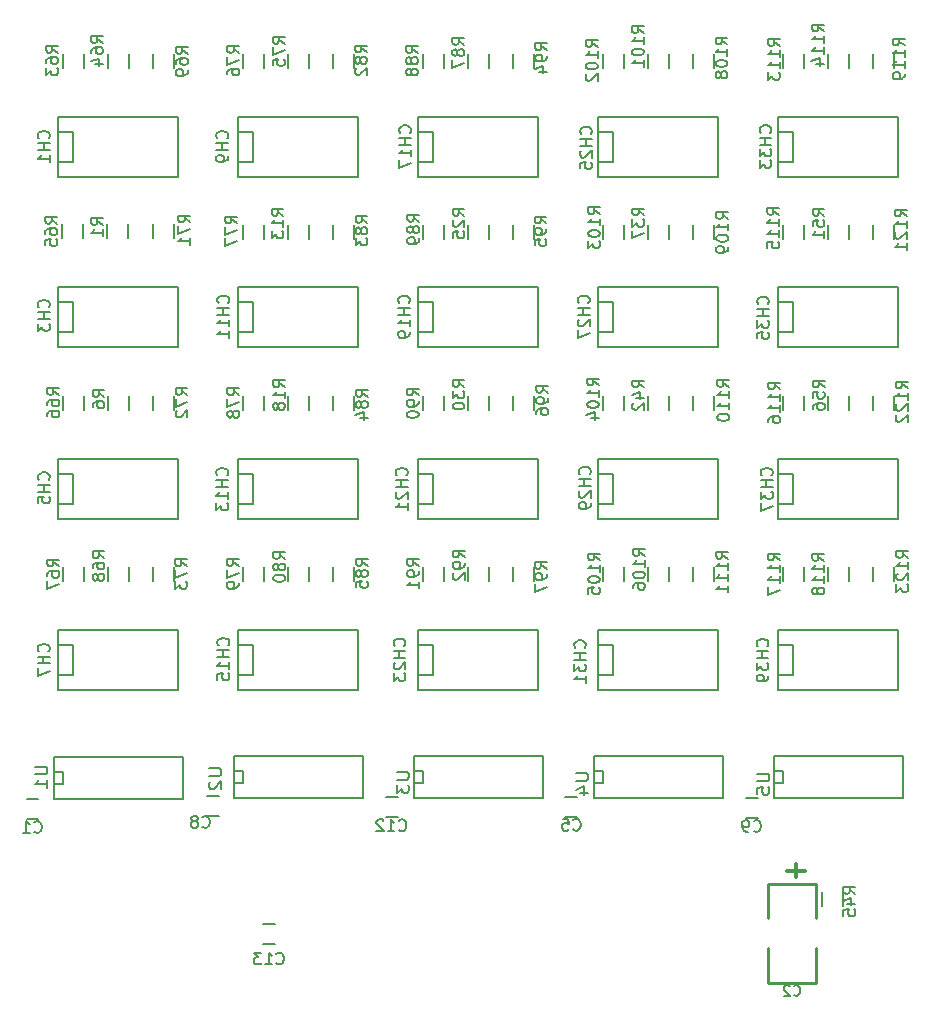
<source format=gbo>
G04 #@! TF.FileFunction,Legend,Bot*
%FSLAX46Y46*%
G04 Gerber Fmt 4.6, Leading zero omitted, Abs format (unit mm)*
G04 Created by KiCad (PCBNEW 4.0.1-stable) date 2016-12-19 1:22:00 AM*
%MOMM*%
G01*
G04 APERTURE LIST*
%ADD10C,0.150000*%
%ADD11C,0.304800*%
%ADD12C,0.254000*%
%ADD13C,0.203200*%
%ADD14C,0.152400*%
%ADD15C,0.127000*%
G04 APERTURE END LIST*
D10*
D11*
X93945143Y-104419429D02*
X93945143Y-105580572D01*
X94719238Y-105000001D02*
X93171048Y-105000001D01*
D10*
X77201250Y-60638750D02*
X77201250Y-55558750D01*
X77201250Y-55558750D02*
X87361250Y-55558750D01*
X87361250Y-55558750D02*
X87361250Y-60638750D01*
X87361250Y-60638750D02*
X77201250Y-60638750D01*
X77201250Y-59368750D02*
X78471250Y-59368750D01*
X78471250Y-59368750D02*
X78471250Y-56828750D01*
X78471250Y-56828750D02*
X77201250Y-56828750D01*
X67916250Y-51508750D02*
X67916250Y-50308750D01*
X66166250Y-50308750D02*
X66166250Y-51508750D01*
D12*
X91568000Y-109030000D02*
X91568000Y-106109000D01*
X91568000Y-106109000D02*
X95632000Y-106109000D01*
X95632000Y-106109000D02*
X95632000Y-109030000D01*
X91568000Y-111570000D02*
X91568000Y-114491000D01*
X91568000Y-114491000D02*
X95632000Y-114491000D01*
X95632000Y-114491000D02*
X95632000Y-111570000D01*
D10*
X31481250Y-46258750D02*
X31481250Y-41178750D01*
X31481250Y-41178750D02*
X41641250Y-41178750D01*
X41641250Y-41178750D02*
X41641250Y-46258750D01*
X41641250Y-46258750D02*
X31481250Y-46258750D01*
X31481250Y-44988750D02*
X32751250Y-44988750D01*
X32751250Y-44988750D02*
X32751250Y-42448750D01*
X32751250Y-42448750D02*
X31481250Y-42448750D01*
X31481250Y-60638750D02*
X31481250Y-55558750D01*
X31481250Y-55558750D02*
X41641250Y-55558750D01*
X41641250Y-55558750D02*
X41641250Y-60638750D01*
X41641250Y-60638750D02*
X31481250Y-60638750D01*
X31481250Y-59368750D02*
X32751250Y-59368750D01*
X32751250Y-59368750D02*
X32751250Y-56828750D01*
X32751250Y-56828750D02*
X31481250Y-56828750D01*
X31481250Y-75218750D02*
X31481250Y-70138750D01*
X31481250Y-70138750D02*
X41641250Y-70138750D01*
X41641250Y-70138750D02*
X41641250Y-75218750D01*
X41641250Y-75218750D02*
X31481250Y-75218750D01*
X31481250Y-73948750D02*
X32751250Y-73948750D01*
X32751250Y-73948750D02*
X32751250Y-71408750D01*
X32751250Y-71408750D02*
X31481250Y-71408750D01*
X31481250Y-89698750D02*
X31481250Y-84618750D01*
X31481250Y-84618750D02*
X41641250Y-84618750D01*
X41641250Y-84618750D02*
X41641250Y-89698750D01*
X41641250Y-89698750D02*
X31481250Y-89698750D01*
X31481250Y-88428750D02*
X32751250Y-88428750D01*
X32751250Y-88428750D02*
X32751250Y-85888750D01*
X32751250Y-85888750D02*
X31481250Y-85888750D01*
X46721250Y-46258750D02*
X46721250Y-41178750D01*
X46721250Y-41178750D02*
X56881250Y-41178750D01*
X56881250Y-41178750D02*
X56881250Y-46258750D01*
X56881250Y-46258750D02*
X46721250Y-46258750D01*
X46721250Y-44988750D02*
X47991250Y-44988750D01*
X47991250Y-44988750D02*
X47991250Y-42448750D01*
X47991250Y-42448750D02*
X46721250Y-42448750D01*
X46721250Y-60638750D02*
X46721250Y-55558750D01*
X46721250Y-55558750D02*
X56881250Y-55558750D01*
X56881250Y-55558750D02*
X56881250Y-60638750D01*
X56881250Y-60638750D02*
X46721250Y-60638750D01*
X46721250Y-59368750D02*
X47991250Y-59368750D01*
X47991250Y-59368750D02*
X47991250Y-56828750D01*
X47991250Y-56828750D02*
X46721250Y-56828750D01*
X46721250Y-75218750D02*
X46721250Y-70138750D01*
X46721250Y-70138750D02*
X56881250Y-70138750D01*
X56881250Y-70138750D02*
X56881250Y-75218750D01*
X56881250Y-75218750D02*
X46721250Y-75218750D01*
X46721250Y-73948750D02*
X47991250Y-73948750D01*
X47991250Y-73948750D02*
X47991250Y-71408750D01*
X47991250Y-71408750D02*
X46721250Y-71408750D01*
X46721250Y-89698750D02*
X46721250Y-84618750D01*
X46721250Y-84618750D02*
X56881250Y-84618750D01*
X56881250Y-84618750D02*
X56881250Y-89698750D01*
X56881250Y-89698750D02*
X46721250Y-89698750D01*
X46721250Y-88428750D02*
X47991250Y-88428750D01*
X47991250Y-88428750D02*
X47991250Y-85888750D01*
X47991250Y-85888750D02*
X46721250Y-85888750D01*
X61961250Y-46258750D02*
X61961250Y-41178750D01*
X61961250Y-41178750D02*
X72121250Y-41178750D01*
X72121250Y-41178750D02*
X72121250Y-46258750D01*
X72121250Y-46258750D02*
X61961250Y-46258750D01*
X61961250Y-44988750D02*
X63231250Y-44988750D01*
X63231250Y-44988750D02*
X63231250Y-42448750D01*
X63231250Y-42448750D02*
X61961250Y-42448750D01*
X61961250Y-60638750D02*
X61961250Y-55558750D01*
X61961250Y-55558750D02*
X72121250Y-55558750D01*
X72121250Y-55558750D02*
X72121250Y-60638750D01*
X72121250Y-60638750D02*
X61961250Y-60638750D01*
X61961250Y-59368750D02*
X63231250Y-59368750D01*
X63231250Y-59368750D02*
X63231250Y-56828750D01*
X63231250Y-56828750D02*
X61961250Y-56828750D01*
X61961250Y-75218750D02*
X61961250Y-70138750D01*
X61961250Y-70138750D02*
X72121250Y-70138750D01*
X72121250Y-70138750D02*
X72121250Y-75218750D01*
X72121250Y-75218750D02*
X61961250Y-75218750D01*
X61961250Y-73948750D02*
X63231250Y-73948750D01*
X63231250Y-73948750D02*
X63231250Y-71408750D01*
X63231250Y-71408750D02*
X61961250Y-71408750D01*
X61961250Y-89698750D02*
X61961250Y-84618750D01*
X61961250Y-84618750D02*
X72121250Y-84618750D01*
X72121250Y-84618750D02*
X72121250Y-89698750D01*
X72121250Y-89698750D02*
X61961250Y-89698750D01*
X61961250Y-88428750D02*
X63231250Y-88428750D01*
X63231250Y-88428750D02*
X63231250Y-85888750D01*
X63231250Y-85888750D02*
X61961250Y-85888750D01*
X77201250Y-46258750D02*
X77201250Y-41178750D01*
X77201250Y-41178750D02*
X87361250Y-41178750D01*
X87361250Y-41178750D02*
X87361250Y-46258750D01*
X87361250Y-46258750D02*
X77201250Y-46258750D01*
X77201250Y-44988750D02*
X78471250Y-44988750D01*
X78471250Y-44988750D02*
X78471250Y-42448750D01*
X78471250Y-42448750D02*
X77201250Y-42448750D01*
X77201250Y-75218750D02*
X77201250Y-70138750D01*
X77201250Y-70138750D02*
X87361250Y-70138750D01*
X87361250Y-70138750D02*
X87361250Y-75218750D01*
X87361250Y-75218750D02*
X77201250Y-75218750D01*
X77201250Y-73948750D02*
X78471250Y-73948750D01*
X78471250Y-73948750D02*
X78471250Y-71408750D01*
X78471250Y-71408750D02*
X77201250Y-71408750D01*
X77201250Y-89698750D02*
X77201250Y-84618750D01*
X77201250Y-84618750D02*
X87361250Y-84618750D01*
X87361250Y-84618750D02*
X87361250Y-89698750D01*
X87361250Y-89698750D02*
X77201250Y-89698750D01*
X77201250Y-88428750D02*
X78471250Y-88428750D01*
X78471250Y-88428750D02*
X78471250Y-85888750D01*
X78471250Y-85888750D02*
X77201250Y-85888750D01*
X92441250Y-46258750D02*
X92441250Y-41178750D01*
X92441250Y-41178750D02*
X102601250Y-41178750D01*
X102601250Y-41178750D02*
X102601250Y-46258750D01*
X102601250Y-46258750D02*
X92441250Y-46258750D01*
X92441250Y-44988750D02*
X93711250Y-44988750D01*
X93711250Y-44988750D02*
X93711250Y-42448750D01*
X93711250Y-42448750D02*
X92441250Y-42448750D01*
X92441250Y-60638750D02*
X92441250Y-55558750D01*
X92441250Y-55558750D02*
X102601250Y-55558750D01*
X102601250Y-55558750D02*
X102601250Y-60638750D01*
X102601250Y-60638750D02*
X92441250Y-60638750D01*
X92441250Y-59368750D02*
X93711250Y-59368750D01*
X93711250Y-59368750D02*
X93711250Y-56828750D01*
X93711250Y-56828750D02*
X92441250Y-56828750D01*
X92441250Y-75218750D02*
X92441250Y-70138750D01*
X92441250Y-70138750D02*
X102601250Y-70138750D01*
X102601250Y-70138750D02*
X102601250Y-75218750D01*
X102601250Y-75218750D02*
X92441250Y-75218750D01*
X92441250Y-73948750D02*
X93711250Y-73948750D01*
X93711250Y-73948750D02*
X93711250Y-71408750D01*
X93711250Y-71408750D02*
X92441250Y-71408750D01*
X92441250Y-89698750D02*
X92441250Y-84618750D01*
X92441250Y-84618750D02*
X102601250Y-84618750D01*
X102601250Y-84618750D02*
X102601250Y-89698750D01*
X102601250Y-89698750D02*
X92441250Y-89698750D01*
X92441250Y-88428750D02*
X93711250Y-88428750D01*
X93711250Y-88428750D02*
X93711250Y-85888750D01*
X93711250Y-85888750D02*
X92441250Y-85888750D01*
D13*
X31100250Y-98969750D02*
X42022250Y-98969750D01*
X42022250Y-98969750D02*
X42022250Y-95413750D01*
X42022250Y-95413750D02*
X31100250Y-95413750D01*
X31100250Y-95413750D02*
X31100250Y-98969750D01*
X31100250Y-97699750D02*
X31862250Y-97699750D01*
X31862250Y-97699750D02*
X31862250Y-96683750D01*
X31862250Y-96683750D02*
X31100250Y-96683750D01*
X46340250Y-98842750D02*
X57262250Y-98842750D01*
X57262250Y-98842750D02*
X57262250Y-95286750D01*
X57262250Y-95286750D02*
X46340250Y-95286750D01*
X46340250Y-95286750D02*
X46340250Y-98842750D01*
X46340250Y-97572750D02*
X47102250Y-97572750D01*
X47102250Y-97572750D02*
X47102250Y-96556750D01*
X47102250Y-96556750D02*
X46340250Y-96556750D01*
X61580250Y-98842750D02*
X72502250Y-98842750D01*
X72502250Y-98842750D02*
X72502250Y-95286750D01*
X72502250Y-95286750D02*
X61580250Y-95286750D01*
X61580250Y-95286750D02*
X61580250Y-98842750D01*
X61580250Y-97572750D02*
X62342250Y-97572750D01*
X62342250Y-97572750D02*
X62342250Y-96556750D01*
X62342250Y-96556750D02*
X61580250Y-96556750D01*
X76820250Y-98842750D02*
X87742250Y-98842750D01*
X87742250Y-98842750D02*
X87742250Y-95286750D01*
X87742250Y-95286750D02*
X76820250Y-95286750D01*
X76820250Y-95286750D02*
X76820250Y-98842750D01*
X76820250Y-97572750D02*
X77582250Y-97572750D01*
X77582250Y-97572750D02*
X77582250Y-96556750D01*
X77582250Y-96556750D02*
X76820250Y-96556750D01*
X92060250Y-98842750D02*
X102982250Y-98842750D01*
X102982250Y-98842750D02*
X102982250Y-95286750D01*
X102982250Y-95286750D02*
X92060250Y-95286750D01*
X92060250Y-95286750D02*
X92060250Y-98842750D01*
X92060250Y-97572750D02*
X92822250Y-97572750D01*
X92822250Y-97572750D02*
X92822250Y-96556750D01*
X92822250Y-96556750D02*
X92060250Y-96556750D01*
D10*
X28800000Y-98950000D02*
X29800000Y-98950000D01*
X29800000Y-100650000D02*
X28800000Y-100650000D01*
X74400000Y-98750000D02*
X75400000Y-98750000D01*
X75400000Y-100450000D02*
X74400000Y-100450000D01*
X44100000Y-98650000D02*
X45100000Y-98650000D01*
X45100000Y-100350000D02*
X44100000Y-100350000D01*
X89700000Y-98850000D02*
X90700000Y-98850000D01*
X90700000Y-100550000D02*
X89700000Y-100550000D01*
X59200000Y-98750000D02*
X60200000Y-98750000D01*
X60200000Y-100450000D02*
X59200000Y-100450000D01*
X49800000Y-111250000D02*
X48800000Y-111250000D01*
X48800000Y-109550000D02*
X49800000Y-109550000D01*
X37336250Y-51481750D02*
X37336250Y-50281750D01*
X35586250Y-50281750D02*
X35586250Y-51481750D01*
X37436250Y-65988750D02*
X37436250Y-64788750D01*
X35686250Y-64788750D02*
X35686250Y-65988750D01*
X52676250Y-51508750D02*
X52676250Y-50308750D01*
X50926250Y-50308750D02*
X50926250Y-51508750D01*
X52676250Y-65988750D02*
X52676250Y-64788750D01*
X50926250Y-64788750D02*
X50926250Y-65988750D01*
X67916250Y-65988750D02*
X67916250Y-64788750D01*
X66166250Y-64788750D02*
X66166250Y-65988750D01*
X83156250Y-51508750D02*
X83156250Y-50308750D01*
X81406250Y-50308750D02*
X81406250Y-51508750D01*
X83156250Y-65988750D02*
X83156250Y-64788750D01*
X81406250Y-64788750D02*
X81406250Y-65988750D01*
X97875000Y-108000000D02*
X97875000Y-106800000D01*
X96125000Y-106800000D02*
X96125000Y-108000000D01*
X98396250Y-51508750D02*
X98396250Y-50308750D01*
X96646250Y-50308750D02*
X96646250Y-51508750D01*
X98396250Y-65988750D02*
X98396250Y-64788750D01*
X96646250Y-64788750D02*
X96646250Y-65988750D01*
X31876250Y-35828750D02*
X31876250Y-37028750D01*
X33626250Y-37028750D02*
X33626250Y-35828750D01*
X37436250Y-37028750D02*
X37436250Y-35828750D01*
X35686250Y-35828750D02*
X35686250Y-37028750D01*
X31776250Y-50281750D02*
X31776250Y-51481750D01*
X33526250Y-51481750D02*
X33526250Y-50281750D01*
X31876250Y-64788750D02*
X31876250Y-65988750D01*
X33626250Y-65988750D02*
X33626250Y-64788750D01*
X31876250Y-79268750D02*
X31876250Y-80468750D01*
X33626250Y-80468750D02*
X33626250Y-79268750D01*
X37436250Y-80468750D02*
X37436250Y-79268750D01*
X35686250Y-79268750D02*
X35686250Y-80468750D01*
X41246250Y-37028750D02*
X41246250Y-35828750D01*
X39496250Y-35828750D02*
X39496250Y-37028750D01*
X41246250Y-51481750D02*
X41246250Y-50281750D01*
X39496250Y-50281750D02*
X39496250Y-51481750D01*
X41246250Y-65988750D02*
X41246250Y-64788750D01*
X39496250Y-64788750D02*
X39496250Y-65988750D01*
X41246250Y-80468750D02*
X41246250Y-79268750D01*
X39496250Y-79268750D02*
X39496250Y-80468750D01*
X52676250Y-37028750D02*
X52676250Y-35828750D01*
X50926250Y-35828750D02*
X50926250Y-37028750D01*
X47116250Y-35828750D02*
X47116250Y-37028750D01*
X48866250Y-37028750D02*
X48866250Y-35828750D01*
X47116250Y-50308750D02*
X47116250Y-51508750D01*
X48866250Y-51508750D02*
X48866250Y-50308750D01*
X47116250Y-64788750D02*
X47116250Y-65988750D01*
X48866250Y-65988750D02*
X48866250Y-64788750D01*
X47116250Y-79268750D02*
X47116250Y-80468750D01*
X48866250Y-80468750D02*
X48866250Y-79268750D01*
X52676250Y-80468750D02*
X52676250Y-79268750D01*
X50926250Y-79268750D02*
X50926250Y-80468750D01*
X56486250Y-37028750D02*
X56486250Y-35828750D01*
X54736250Y-35828750D02*
X54736250Y-37028750D01*
X56486250Y-51508750D02*
X56486250Y-50308750D01*
X54736250Y-50308750D02*
X54736250Y-51508750D01*
X56486250Y-65988750D02*
X56486250Y-64788750D01*
X54736250Y-64788750D02*
X54736250Y-65988750D01*
X56486250Y-80468750D02*
X56486250Y-79268750D01*
X54736250Y-79268750D02*
X54736250Y-80468750D01*
X67916250Y-37028750D02*
X67916250Y-35828750D01*
X66166250Y-35828750D02*
X66166250Y-37028750D01*
X62356250Y-35828750D02*
X62356250Y-37028750D01*
X64106250Y-37028750D02*
X64106250Y-35828750D01*
X62356250Y-50308750D02*
X62356250Y-51508750D01*
X64106250Y-51508750D02*
X64106250Y-50308750D01*
X62356250Y-64788750D02*
X62356250Y-65988750D01*
X64106250Y-65988750D02*
X64106250Y-64788750D01*
X62356250Y-79268750D02*
X62356250Y-80468750D01*
X64106250Y-80468750D02*
X64106250Y-79268750D01*
X67916250Y-80468750D02*
X67916250Y-79268750D01*
X66166250Y-79268750D02*
X66166250Y-80468750D01*
X71726250Y-37028750D02*
X71726250Y-35828750D01*
X69976250Y-35828750D02*
X69976250Y-37028750D01*
X71726250Y-51508750D02*
X71726250Y-50308750D01*
X69976250Y-50308750D02*
X69976250Y-51508750D01*
X71726250Y-65988750D02*
X71726250Y-64788750D01*
X69976250Y-64788750D02*
X69976250Y-65988750D01*
X71726250Y-80468750D02*
X71726250Y-79268750D01*
X69976250Y-79268750D02*
X69976250Y-80468750D01*
X83156250Y-37028750D02*
X83156250Y-35828750D01*
X81406250Y-35828750D02*
X81406250Y-37028750D01*
X77596250Y-35828750D02*
X77596250Y-37028750D01*
X79346250Y-37028750D02*
X79346250Y-35828750D01*
X77596250Y-50308750D02*
X77596250Y-51508750D01*
X79346250Y-51508750D02*
X79346250Y-50308750D01*
X77596250Y-64788750D02*
X77596250Y-65988750D01*
X79346250Y-65988750D02*
X79346250Y-64788750D01*
X77596250Y-79268750D02*
X77596250Y-80468750D01*
X79346250Y-80468750D02*
X79346250Y-79268750D01*
X83156250Y-80468750D02*
X83156250Y-79268750D01*
X81406250Y-79268750D02*
X81406250Y-80468750D01*
X86966250Y-37028750D02*
X86966250Y-35828750D01*
X85216250Y-35828750D02*
X85216250Y-37028750D01*
X86966250Y-51508750D02*
X86966250Y-50308750D01*
X85216250Y-50308750D02*
X85216250Y-51508750D01*
X86966250Y-65988750D02*
X86966250Y-64788750D01*
X85216250Y-64788750D02*
X85216250Y-65988750D01*
X86966250Y-80468750D02*
X86966250Y-79268750D01*
X85216250Y-79268750D02*
X85216250Y-80468750D01*
X92836250Y-35828750D02*
X92836250Y-37028750D01*
X94586250Y-37028750D02*
X94586250Y-35828750D01*
X98396250Y-37028750D02*
X98396250Y-35828750D01*
X96646250Y-35828750D02*
X96646250Y-37028750D01*
X92836250Y-50308750D02*
X92836250Y-51508750D01*
X94586250Y-51508750D02*
X94586250Y-50308750D01*
X92836250Y-64788750D02*
X92836250Y-65988750D01*
X94586250Y-65988750D02*
X94586250Y-64788750D01*
X92836250Y-79268750D02*
X92836250Y-80468750D01*
X94586250Y-80468750D02*
X94586250Y-79268750D01*
X98396250Y-80468750D02*
X98396250Y-79268750D01*
X96646250Y-79268750D02*
X96646250Y-80468750D01*
X102206250Y-37028750D02*
X102206250Y-35828750D01*
X100456250Y-35828750D02*
X100456250Y-37028750D01*
X102206250Y-51508750D02*
X102206250Y-50308750D01*
X100456250Y-50308750D02*
X100456250Y-51508750D01*
X102206250Y-65988750D02*
X102206250Y-64788750D01*
X100456250Y-64788750D02*
X100456250Y-65988750D01*
X102206250Y-80468750D02*
X102206250Y-79268750D01*
X100456250Y-79268750D02*
X100456250Y-80468750D01*
X76357143Y-56933334D02*
X76404762Y-56885715D01*
X76452381Y-56742858D01*
X76452381Y-56647620D01*
X76404762Y-56504762D01*
X76309524Y-56409524D01*
X76214286Y-56361905D01*
X76023810Y-56314286D01*
X75880952Y-56314286D01*
X75690476Y-56361905D01*
X75595238Y-56409524D01*
X75500000Y-56504762D01*
X75452381Y-56647620D01*
X75452381Y-56742858D01*
X75500000Y-56885715D01*
X75547619Y-56933334D01*
X76452381Y-57361905D02*
X75452381Y-57361905D01*
X75928571Y-57361905D02*
X75928571Y-57933334D01*
X76452381Y-57933334D02*
X75452381Y-57933334D01*
X75547619Y-58361905D02*
X75500000Y-58409524D01*
X75452381Y-58504762D01*
X75452381Y-58742858D01*
X75500000Y-58838096D01*
X75547619Y-58885715D01*
X75642857Y-58933334D01*
X75738095Y-58933334D01*
X75880952Y-58885715D01*
X76452381Y-58314286D01*
X76452381Y-58933334D01*
X75452381Y-59266667D02*
X75452381Y-59933334D01*
X76452381Y-59504762D01*
X65862381Y-49547143D02*
X65386190Y-49213809D01*
X65862381Y-48975714D02*
X64862381Y-48975714D01*
X64862381Y-49356667D01*
X64910000Y-49451905D01*
X64957619Y-49499524D01*
X65052857Y-49547143D01*
X65195714Y-49547143D01*
X65290952Y-49499524D01*
X65338571Y-49451905D01*
X65386190Y-49356667D01*
X65386190Y-48975714D01*
X64957619Y-49928095D02*
X64910000Y-49975714D01*
X64862381Y-50070952D01*
X64862381Y-50309048D01*
X64910000Y-50404286D01*
X64957619Y-50451905D01*
X65052857Y-50499524D01*
X65148095Y-50499524D01*
X65290952Y-50451905D01*
X65862381Y-49880476D01*
X65862381Y-50499524D01*
X64862381Y-51404286D02*
X64862381Y-50928095D01*
X65338571Y-50880476D01*
X65290952Y-50928095D01*
X65243333Y-51023333D01*
X65243333Y-51261429D01*
X65290952Y-51356667D01*
X65338571Y-51404286D01*
X65433810Y-51451905D01*
X65671905Y-51451905D01*
X65767143Y-51404286D01*
X65814762Y-51356667D01*
X65862381Y-51261429D01*
X65862381Y-51023333D01*
X65814762Y-50928095D01*
X65767143Y-50880476D01*
D14*
X93748166Y-115517500D02*
X93790500Y-115559833D01*
X93917500Y-115602167D01*
X94002166Y-115602167D01*
X94129166Y-115559833D01*
X94213833Y-115475167D01*
X94256166Y-115390500D01*
X94298500Y-115221167D01*
X94298500Y-115094167D01*
X94256166Y-114924833D01*
X94213833Y-114840167D01*
X94129166Y-114755500D01*
X94002166Y-114713167D01*
X93917500Y-114713167D01*
X93790500Y-114755500D01*
X93748166Y-114797833D01*
X93409500Y-114797833D02*
X93367166Y-114755500D01*
X93282500Y-114713167D01*
X93070833Y-114713167D01*
X92986166Y-114755500D01*
X92943833Y-114797833D01*
X92901500Y-114882500D01*
X92901500Y-114967167D01*
X92943833Y-115094167D01*
X93451833Y-115602167D01*
X92901500Y-115602167D01*
D10*
X30657143Y-43009524D02*
X30704762Y-42961905D01*
X30752381Y-42819048D01*
X30752381Y-42723810D01*
X30704762Y-42580952D01*
X30609524Y-42485714D01*
X30514286Y-42438095D01*
X30323810Y-42390476D01*
X30180952Y-42390476D01*
X29990476Y-42438095D01*
X29895238Y-42485714D01*
X29800000Y-42580952D01*
X29752381Y-42723810D01*
X29752381Y-42819048D01*
X29800000Y-42961905D01*
X29847619Y-43009524D01*
X30752381Y-43438095D02*
X29752381Y-43438095D01*
X30228571Y-43438095D02*
X30228571Y-44009524D01*
X30752381Y-44009524D02*
X29752381Y-44009524D01*
X30752381Y-45009524D02*
X30752381Y-44438095D01*
X30752381Y-44723809D02*
X29752381Y-44723809D01*
X29895238Y-44628571D01*
X29990476Y-44533333D01*
X30038095Y-44438095D01*
X30657143Y-57309524D02*
X30704762Y-57261905D01*
X30752381Y-57119048D01*
X30752381Y-57023810D01*
X30704762Y-56880952D01*
X30609524Y-56785714D01*
X30514286Y-56738095D01*
X30323810Y-56690476D01*
X30180952Y-56690476D01*
X29990476Y-56738095D01*
X29895238Y-56785714D01*
X29800000Y-56880952D01*
X29752381Y-57023810D01*
X29752381Y-57119048D01*
X29800000Y-57261905D01*
X29847619Y-57309524D01*
X30752381Y-57738095D02*
X29752381Y-57738095D01*
X30228571Y-57738095D02*
X30228571Y-58309524D01*
X30752381Y-58309524D02*
X29752381Y-58309524D01*
X29752381Y-58690476D02*
X29752381Y-59309524D01*
X30133333Y-58976190D01*
X30133333Y-59119048D01*
X30180952Y-59214286D01*
X30228571Y-59261905D01*
X30323810Y-59309524D01*
X30561905Y-59309524D01*
X30657143Y-59261905D01*
X30704762Y-59214286D01*
X30752381Y-59119048D01*
X30752381Y-58833333D01*
X30704762Y-58738095D01*
X30657143Y-58690476D01*
X30657143Y-71909524D02*
X30704762Y-71861905D01*
X30752381Y-71719048D01*
X30752381Y-71623810D01*
X30704762Y-71480952D01*
X30609524Y-71385714D01*
X30514286Y-71338095D01*
X30323810Y-71290476D01*
X30180952Y-71290476D01*
X29990476Y-71338095D01*
X29895238Y-71385714D01*
X29800000Y-71480952D01*
X29752381Y-71623810D01*
X29752381Y-71719048D01*
X29800000Y-71861905D01*
X29847619Y-71909524D01*
X30752381Y-72338095D02*
X29752381Y-72338095D01*
X30228571Y-72338095D02*
X30228571Y-72909524D01*
X30752381Y-72909524D02*
X29752381Y-72909524D01*
X29752381Y-73861905D02*
X29752381Y-73385714D01*
X30228571Y-73338095D01*
X30180952Y-73385714D01*
X30133333Y-73480952D01*
X30133333Y-73719048D01*
X30180952Y-73814286D01*
X30228571Y-73861905D01*
X30323810Y-73909524D01*
X30561905Y-73909524D01*
X30657143Y-73861905D01*
X30704762Y-73814286D01*
X30752381Y-73719048D01*
X30752381Y-73480952D01*
X30704762Y-73385714D01*
X30657143Y-73338095D01*
X30647143Y-86449524D02*
X30694762Y-86401905D01*
X30742381Y-86259048D01*
X30742381Y-86163810D01*
X30694762Y-86020952D01*
X30599524Y-85925714D01*
X30504286Y-85878095D01*
X30313810Y-85830476D01*
X30170952Y-85830476D01*
X29980476Y-85878095D01*
X29885238Y-85925714D01*
X29790000Y-86020952D01*
X29742381Y-86163810D01*
X29742381Y-86259048D01*
X29790000Y-86401905D01*
X29837619Y-86449524D01*
X30742381Y-86878095D02*
X29742381Y-86878095D01*
X30218571Y-86878095D02*
X30218571Y-87449524D01*
X30742381Y-87449524D02*
X29742381Y-87449524D01*
X29742381Y-87830476D02*
X29742381Y-88497143D01*
X30742381Y-88068571D01*
X45757143Y-43009524D02*
X45804762Y-42961905D01*
X45852381Y-42819048D01*
X45852381Y-42723810D01*
X45804762Y-42580952D01*
X45709524Y-42485714D01*
X45614286Y-42438095D01*
X45423810Y-42390476D01*
X45280952Y-42390476D01*
X45090476Y-42438095D01*
X44995238Y-42485714D01*
X44900000Y-42580952D01*
X44852381Y-42723810D01*
X44852381Y-42819048D01*
X44900000Y-42961905D01*
X44947619Y-43009524D01*
X45852381Y-43438095D02*
X44852381Y-43438095D01*
X45328571Y-43438095D02*
X45328571Y-44009524D01*
X45852381Y-44009524D02*
X44852381Y-44009524D01*
X45852381Y-44533333D02*
X45852381Y-44723809D01*
X45804762Y-44819048D01*
X45757143Y-44866667D01*
X45614286Y-44961905D01*
X45423810Y-45009524D01*
X45042857Y-45009524D01*
X44947619Y-44961905D01*
X44900000Y-44914286D01*
X44852381Y-44819048D01*
X44852381Y-44628571D01*
X44900000Y-44533333D01*
X44947619Y-44485714D01*
X45042857Y-44438095D01*
X45280952Y-44438095D01*
X45376190Y-44485714D01*
X45423810Y-44533333D01*
X45471429Y-44628571D01*
X45471429Y-44819048D01*
X45423810Y-44914286D01*
X45376190Y-44961905D01*
X45280952Y-45009524D01*
X45857143Y-56933334D02*
X45904762Y-56885715D01*
X45952381Y-56742858D01*
X45952381Y-56647620D01*
X45904762Y-56504762D01*
X45809524Y-56409524D01*
X45714286Y-56361905D01*
X45523810Y-56314286D01*
X45380952Y-56314286D01*
X45190476Y-56361905D01*
X45095238Y-56409524D01*
X45000000Y-56504762D01*
X44952381Y-56647620D01*
X44952381Y-56742858D01*
X45000000Y-56885715D01*
X45047619Y-56933334D01*
X45952381Y-57361905D02*
X44952381Y-57361905D01*
X45428571Y-57361905D02*
X45428571Y-57933334D01*
X45952381Y-57933334D02*
X44952381Y-57933334D01*
X45952381Y-58933334D02*
X45952381Y-58361905D01*
X45952381Y-58647619D02*
X44952381Y-58647619D01*
X45095238Y-58552381D01*
X45190476Y-58457143D01*
X45238095Y-58361905D01*
X45952381Y-59885715D02*
X45952381Y-59314286D01*
X45952381Y-59600000D02*
X44952381Y-59600000D01*
X45095238Y-59504762D01*
X45190476Y-59409524D01*
X45238095Y-59314286D01*
X45757143Y-71533334D02*
X45804762Y-71485715D01*
X45852381Y-71342858D01*
X45852381Y-71247620D01*
X45804762Y-71104762D01*
X45709524Y-71009524D01*
X45614286Y-70961905D01*
X45423810Y-70914286D01*
X45280952Y-70914286D01*
X45090476Y-70961905D01*
X44995238Y-71009524D01*
X44900000Y-71104762D01*
X44852381Y-71247620D01*
X44852381Y-71342858D01*
X44900000Y-71485715D01*
X44947619Y-71533334D01*
X45852381Y-71961905D02*
X44852381Y-71961905D01*
X45328571Y-71961905D02*
X45328571Y-72533334D01*
X45852381Y-72533334D02*
X44852381Y-72533334D01*
X45852381Y-73533334D02*
X45852381Y-72961905D01*
X45852381Y-73247619D02*
X44852381Y-73247619D01*
X44995238Y-73152381D01*
X45090476Y-73057143D01*
X45138095Y-72961905D01*
X44852381Y-73866667D02*
X44852381Y-74485715D01*
X45233333Y-74152381D01*
X45233333Y-74295239D01*
X45280952Y-74390477D01*
X45328571Y-74438096D01*
X45423810Y-74485715D01*
X45661905Y-74485715D01*
X45757143Y-74438096D01*
X45804762Y-74390477D01*
X45852381Y-74295239D01*
X45852381Y-74009524D01*
X45804762Y-73914286D01*
X45757143Y-73866667D01*
X45857143Y-85933334D02*
X45904762Y-85885715D01*
X45952381Y-85742858D01*
X45952381Y-85647620D01*
X45904762Y-85504762D01*
X45809524Y-85409524D01*
X45714286Y-85361905D01*
X45523810Y-85314286D01*
X45380952Y-85314286D01*
X45190476Y-85361905D01*
X45095238Y-85409524D01*
X45000000Y-85504762D01*
X44952381Y-85647620D01*
X44952381Y-85742858D01*
X45000000Y-85885715D01*
X45047619Y-85933334D01*
X45952381Y-86361905D02*
X44952381Y-86361905D01*
X45428571Y-86361905D02*
X45428571Y-86933334D01*
X45952381Y-86933334D02*
X44952381Y-86933334D01*
X45952381Y-87933334D02*
X45952381Y-87361905D01*
X45952381Y-87647619D02*
X44952381Y-87647619D01*
X45095238Y-87552381D01*
X45190476Y-87457143D01*
X45238095Y-87361905D01*
X44952381Y-88838096D02*
X44952381Y-88361905D01*
X45428571Y-88314286D01*
X45380952Y-88361905D01*
X45333333Y-88457143D01*
X45333333Y-88695239D01*
X45380952Y-88790477D01*
X45428571Y-88838096D01*
X45523810Y-88885715D01*
X45761905Y-88885715D01*
X45857143Y-88838096D01*
X45904762Y-88790477D01*
X45952381Y-88695239D01*
X45952381Y-88457143D01*
X45904762Y-88361905D01*
X45857143Y-88314286D01*
X61257143Y-42533334D02*
X61304762Y-42485715D01*
X61352381Y-42342858D01*
X61352381Y-42247620D01*
X61304762Y-42104762D01*
X61209524Y-42009524D01*
X61114286Y-41961905D01*
X60923810Y-41914286D01*
X60780952Y-41914286D01*
X60590476Y-41961905D01*
X60495238Y-42009524D01*
X60400000Y-42104762D01*
X60352381Y-42247620D01*
X60352381Y-42342858D01*
X60400000Y-42485715D01*
X60447619Y-42533334D01*
X61352381Y-42961905D02*
X60352381Y-42961905D01*
X60828571Y-42961905D02*
X60828571Y-43533334D01*
X61352381Y-43533334D02*
X60352381Y-43533334D01*
X61352381Y-44533334D02*
X61352381Y-43961905D01*
X61352381Y-44247619D02*
X60352381Y-44247619D01*
X60495238Y-44152381D01*
X60590476Y-44057143D01*
X60638095Y-43961905D01*
X60352381Y-44866667D02*
X60352381Y-45533334D01*
X61352381Y-45104762D01*
X61157143Y-56933334D02*
X61204762Y-56885715D01*
X61252381Y-56742858D01*
X61252381Y-56647620D01*
X61204762Y-56504762D01*
X61109524Y-56409524D01*
X61014286Y-56361905D01*
X60823810Y-56314286D01*
X60680952Y-56314286D01*
X60490476Y-56361905D01*
X60395238Y-56409524D01*
X60300000Y-56504762D01*
X60252381Y-56647620D01*
X60252381Y-56742858D01*
X60300000Y-56885715D01*
X60347619Y-56933334D01*
X61252381Y-57361905D02*
X60252381Y-57361905D01*
X60728571Y-57361905D02*
X60728571Y-57933334D01*
X61252381Y-57933334D02*
X60252381Y-57933334D01*
X61252381Y-58933334D02*
X61252381Y-58361905D01*
X61252381Y-58647619D02*
X60252381Y-58647619D01*
X60395238Y-58552381D01*
X60490476Y-58457143D01*
X60538095Y-58361905D01*
X61252381Y-59409524D02*
X61252381Y-59600000D01*
X61204762Y-59695239D01*
X61157143Y-59742858D01*
X61014286Y-59838096D01*
X60823810Y-59885715D01*
X60442857Y-59885715D01*
X60347619Y-59838096D01*
X60300000Y-59790477D01*
X60252381Y-59695239D01*
X60252381Y-59504762D01*
X60300000Y-59409524D01*
X60347619Y-59361905D01*
X60442857Y-59314286D01*
X60680952Y-59314286D01*
X60776190Y-59361905D01*
X60823810Y-59409524D01*
X60871429Y-59504762D01*
X60871429Y-59695239D01*
X60823810Y-59790477D01*
X60776190Y-59838096D01*
X60680952Y-59885715D01*
X60957143Y-71533334D02*
X61004762Y-71485715D01*
X61052381Y-71342858D01*
X61052381Y-71247620D01*
X61004762Y-71104762D01*
X60909524Y-71009524D01*
X60814286Y-70961905D01*
X60623810Y-70914286D01*
X60480952Y-70914286D01*
X60290476Y-70961905D01*
X60195238Y-71009524D01*
X60100000Y-71104762D01*
X60052381Y-71247620D01*
X60052381Y-71342858D01*
X60100000Y-71485715D01*
X60147619Y-71533334D01*
X61052381Y-71961905D02*
X60052381Y-71961905D01*
X60528571Y-71961905D02*
X60528571Y-72533334D01*
X61052381Y-72533334D02*
X60052381Y-72533334D01*
X60147619Y-72961905D02*
X60100000Y-73009524D01*
X60052381Y-73104762D01*
X60052381Y-73342858D01*
X60100000Y-73438096D01*
X60147619Y-73485715D01*
X60242857Y-73533334D01*
X60338095Y-73533334D01*
X60480952Y-73485715D01*
X61052381Y-72914286D01*
X61052381Y-73533334D01*
X61052381Y-74485715D02*
X61052381Y-73914286D01*
X61052381Y-74200000D02*
X60052381Y-74200000D01*
X60195238Y-74104762D01*
X60290476Y-74009524D01*
X60338095Y-73914286D01*
X60767143Y-85973334D02*
X60814762Y-85925715D01*
X60862381Y-85782858D01*
X60862381Y-85687620D01*
X60814762Y-85544762D01*
X60719524Y-85449524D01*
X60624286Y-85401905D01*
X60433810Y-85354286D01*
X60290952Y-85354286D01*
X60100476Y-85401905D01*
X60005238Y-85449524D01*
X59910000Y-85544762D01*
X59862381Y-85687620D01*
X59862381Y-85782858D01*
X59910000Y-85925715D01*
X59957619Y-85973334D01*
X60862381Y-86401905D02*
X59862381Y-86401905D01*
X60338571Y-86401905D02*
X60338571Y-86973334D01*
X60862381Y-86973334D02*
X59862381Y-86973334D01*
X59957619Y-87401905D02*
X59910000Y-87449524D01*
X59862381Y-87544762D01*
X59862381Y-87782858D01*
X59910000Y-87878096D01*
X59957619Y-87925715D01*
X60052857Y-87973334D01*
X60148095Y-87973334D01*
X60290952Y-87925715D01*
X60862381Y-87354286D01*
X60862381Y-87973334D01*
X59862381Y-88306667D02*
X59862381Y-88925715D01*
X60243333Y-88592381D01*
X60243333Y-88735239D01*
X60290952Y-88830477D01*
X60338571Y-88878096D01*
X60433810Y-88925715D01*
X60671905Y-88925715D01*
X60767143Y-88878096D01*
X60814762Y-88830477D01*
X60862381Y-88735239D01*
X60862381Y-88449524D01*
X60814762Y-88354286D01*
X60767143Y-88306667D01*
X76557143Y-42633334D02*
X76604762Y-42585715D01*
X76652381Y-42442858D01*
X76652381Y-42347620D01*
X76604762Y-42204762D01*
X76509524Y-42109524D01*
X76414286Y-42061905D01*
X76223810Y-42014286D01*
X76080952Y-42014286D01*
X75890476Y-42061905D01*
X75795238Y-42109524D01*
X75700000Y-42204762D01*
X75652381Y-42347620D01*
X75652381Y-42442858D01*
X75700000Y-42585715D01*
X75747619Y-42633334D01*
X76652381Y-43061905D02*
X75652381Y-43061905D01*
X76128571Y-43061905D02*
X76128571Y-43633334D01*
X76652381Y-43633334D02*
X75652381Y-43633334D01*
X75747619Y-44061905D02*
X75700000Y-44109524D01*
X75652381Y-44204762D01*
X75652381Y-44442858D01*
X75700000Y-44538096D01*
X75747619Y-44585715D01*
X75842857Y-44633334D01*
X75938095Y-44633334D01*
X76080952Y-44585715D01*
X76652381Y-44014286D01*
X76652381Y-44633334D01*
X75652381Y-45538096D02*
X75652381Y-45061905D01*
X76128571Y-45014286D01*
X76080952Y-45061905D01*
X76033333Y-45157143D01*
X76033333Y-45395239D01*
X76080952Y-45490477D01*
X76128571Y-45538096D01*
X76223810Y-45585715D01*
X76461905Y-45585715D01*
X76557143Y-45538096D01*
X76604762Y-45490477D01*
X76652381Y-45395239D01*
X76652381Y-45157143D01*
X76604762Y-45061905D01*
X76557143Y-45014286D01*
X76457143Y-71433334D02*
X76504762Y-71385715D01*
X76552381Y-71242858D01*
X76552381Y-71147620D01*
X76504762Y-71004762D01*
X76409524Y-70909524D01*
X76314286Y-70861905D01*
X76123810Y-70814286D01*
X75980952Y-70814286D01*
X75790476Y-70861905D01*
X75695238Y-70909524D01*
X75600000Y-71004762D01*
X75552381Y-71147620D01*
X75552381Y-71242858D01*
X75600000Y-71385715D01*
X75647619Y-71433334D01*
X76552381Y-71861905D02*
X75552381Y-71861905D01*
X76028571Y-71861905D02*
X76028571Y-72433334D01*
X76552381Y-72433334D02*
X75552381Y-72433334D01*
X75647619Y-72861905D02*
X75600000Y-72909524D01*
X75552381Y-73004762D01*
X75552381Y-73242858D01*
X75600000Y-73338096D01*
X75647619Y-73385715D01*
X75742857Y-73433334D01*
X75838095Y-73433334D01*
X75980952Y-73385715D01*
X76552381Y-72814286D01*
X76552381Y-73433334D01*
X76552381Y-73909524D02*
X76552381Y-74100000D01*
X76504762Y-74195239D01*
X76457143Y-74242858D01*
X76314286Y-74338096D01*
X76123810Y-74385715D01*
X75742857Y-74385715D01*
X75647619Y-74338096D01*
X75600000Y-74290477D01*
X75552381Y-74195239D01*
X75552381Y-74004762D01*
X75600000Y-73909524D01*
X75647619Y-73861905D01*
X75742857Y-73814286D01*
X75980952Y-73814286D01*
X76076190Y-73861905D01*
X76123810Y-73909524D01*
X76171429Y-74004762D01*
X76171429Y-74195239D01*
X76123810Y-74290477D01*
X76076190Y-74338096D01*
X75980952Y-74385715D01*
X76057143Y-86133334D02*
X76104762Y-86085715D01*
X76152381Y-85942858D01*
X76152381Y-85847620D01*
X76104762Y-85704762D01*
X76009524Y-85609524D01*
X75914286Y-85561905D01*
X75723810Y-85514286D01*
X75580952Y-85514286D01*
X75390476Y-85561905D01*
X75295238Y-85609524D01*
X75200000Y-85704762D01*
X75152381Y-85847620D01*
X75152381Y-85942858D01*
X75200000Y-86085715D01*
X75247619Y-86133334D01*
X76152381Y-86561905D02*
X75152381Y-86561905D01*
X75628571Y-86561905D02*
X75628571Y-87133334D01*
X76152381Y-87133334D02*
X75152381Y-87133334D01*
X75152381Y-87514286D02*
X75152381Y-88133334D01*
X75533333Y-87800000D01*
X75533333Y-87942858D01*
X75580952Y-88038096D01*
X75628571Y-88085715D01*
X75723810Y-88133334D01*
X75961905Y-88133334D01*
X76057143Y-88085715D01*
X76104762Y-88038096D01*
X76152381Y-87942858D01*
X76152381Y-87657143D01*
X76104762Y-87561905D01*
X76057143Y-87514286D01*
X76152381Y-89085715D02*
X76152381Y-88514286D01*
X76152381Y-88800000D02*
X75152381Y-88800000D01*
X75295238Y-88704762D01*
X75390476Y-88609524D01*
X75438095Y-88514286D01*
X91757143Y-42533334D02*
X91804762Y-42485715D01*
X91852381Y-42342858D01*
X91852381Y-42247620D01*
X91804762Y-42104762D01*
X91709524Y-42009524D01*
X91614286Y-41961905D01*
X91423810Y-41914286D01*
X91280952Y-41914286D01*
X91090476Y-41961905D01*
X90995238Y-42009524D01*
X90900000Y-42104762D01*
X90852381Y-42247620D01*
X90852381Y-42342858D01*
X90900000Y-42485715D01*
X90947619Y-42533334D01*
X91852381Y-42961905D02*
X90852381Y-42961905D01*
X91328571Y-42961905D02*
X91328571Y-43533334D01*
X91852381Y-43533334D02*
X90852381Y-43533334D01*
X90852381Y-43914286D02*
X90852381Y-44533334D01*
X91233333Y-44200000D01*
X91233333Y-44342858D01*
X91280952Y-44438096D01*
X91328571Y-44485715D01*
X91423810Y-44533334D01*
X91661905Y-44533334D01*
X91757143Y-44485715D01*
X91804762Y-44438096D01*
X91852381Y-44342858D01*
X91852381Y-44057143D01*
X91804762Y-43961905D01*
X91757143Y-43914286D01*
X90852381Y-44866667D02*
X90852381Y-45485715D01*
X91233333Y-45152381D01*
X91233333Y-45295239D01*
X91280952Y-45390477D01*
X91328571Y-45438096D01*
X91423810Y-45485715D01*
X91661905Y-45485715D01*
X91757143Y-45438096D01*
X91804762Y-45390477D01*
X91852381Y-45295239D01*
X91852381Y-45009524D01*
X91804762Y-44914286D01*
X91757143Y-44866667D01*
X91557143Y-57033334D02*
X91604762Y-56985715D01*
X91652381Y-56842858D01*
X91652381Y-56747620D01*
X91604762Y-56604762D01*
X91509524Y-56509524D01*
X91414286Y-56461905D01*
X91223810Y-56414286D01*
X91080952Y-56414286D01*
X90890476Y-56461905D01*
X90795238Y-56509524D01*
X90700000Y-56604762D01*
X90652381Y-56747620D01*
X90652381Y-56842858D01*
X90700000Y-56985715D01*
X90747619Y-57033334D01*
X91652381Y-57461905D02*
X90652381Y-57461905D01*
X91128571Y-57461905D02*
X91128571Y-58033334D01*
X91652381Y-58033334D02*
X90652381Y-58033334D01*
X90652381Y-58414286D02*
X90652381Y-59033334D01*
X91033333Y-58700000D01*
X91033333Y-58842858D01*
X91080952Y-58938096D01*
X91128571Y-58985715D01*
X91223810Y-59033334D01*
X91461905Y-59033334D01*
X91557143Y-58985715D01*
X91604762Y-58938096D01*
X91652381Y-58842858D01*
X91652381Y-58557143D01*
X91604762Y-58461905D01*
X91557143Y-58414286D01*
X90652381Y-59938096D02*
X90652381Y-59461905D01*
X91128571Y-59414286D01*
X91080952Y-59461905D01*
X91033333Y-59557143D01*
X91033333Y-59795239D01*
X91080952Y-59890477D01*
X91128571Y-59938096D01*
X91223810Y-59985715D01*
X91461905Y-59985715D01*
X91557143Y-59938096D01*
X91604762Y-59890477D01*
X91652381Y-59795239D01*
X91652381Y-59557143D01*
X91604762Y-59461905D01*
X91557143Y-59414286D01*
X91857143Y-71533334D02*
X91904762Y-71485715D01*
X91952381Y-71342858D01*
X91952381Y-71247620D01*
X91904762Y-71104762D01*
X91809524Y-71009524D01*
X91714286Y-70961905D01*
X91523810Y-70914286D01*
X91380952Y-70914286D01*
X91190476Y-70961905D01*
X91095238Y-71009524D01*
X91000000Y-71104762D01*
X90952381Y-71247620D01*
X90952381Y-71342858D01*
X91000000Y-71485715D01*
X91047619Y-71533334D01*
X91952381Y-71961905D02*
X90952381Y-71961905D01*
X91428571Y-71961905D02*
X91428571Y-72533334D01*
X91952381Y-72533334D02*
X90952381Y-72533334D01*
X90952381Y-72914286D02*
X90952381Y-73533334D01*
X91333333Y-73200000D01*
X91333333Y-73342858D01*
X91380952Y-73438096D01*
X91428571Y-73485715D01*
X91523810Y-73533334D01*
X91761905Y-73533334D01*
X91857143Y-73485715D01*
X91904762Y-73438096D01*
X91952381Y-73342858D01*
X91952381Y-73057143D01*
X91904762Y-72961905D01*
X91857143Y-72914286D01*
X90952381Y-73866667D02*
X90952381Y-74533334D01*
X91952381Y-74104762D01*
X91497143Y-86023334D02*
X91544762Y-85975715D01*
X91592381Y-85832858D01*
X91592381Y-85737620D01*
X91544762Y-85594762D01*
X91449524Y-85499524D01*
X91354286Y-85451905D01*
X91163810Y-85404286D01*
X91020952Y-85404286D01*
X90830476Y-85451905D01*
X90735238Y-85499524D01*
X90640000Y-85594762D01*
X90592381Y-85737620D01*
X90592381Y-85832858D01*
X90640000Y-85975715D01*
X90687619Y-86023334D01*
X91592381Y-86451905D02*
X90592381Y-86451905D01*
X91068571Y-86451905D02*
X91068571Y-87023334D01*
X91592381Y-87023334D02*
X90592381Y-87023334D01*
X90592381Y-87404286D02*
X90592381Y-88023334D01*
X90973333Y-87690000D01*
X90973333Y-87832858D01*
X91020952Y-87928096D01*
X91068571Y-87975715D01*
X91163810Y-88023334D01*
X91401905Y-88023334D01*
X91497143Y-87975715D01*
X91544762Y-87928096D01*
X91592381Y-87832858D01*
X91592381Y-87547143D01*
X91544762Y-87451905D01*
X91497143Y-87404286D01*
X91592381Y-88499524D02*
X91592381Y-88690000D01*
X91544762Y-88785239D01*
X91497143Y-88832858D01*
X91354286Y-88928096D01*
X91163810Y-88975715D01*
X90782857Y-88975715D01*
X90687619Y-88928096D01*
X90640000Y-88880477D01*
X90592381Y-88785239D01*
X90592381Y-88594762D01*
X90640000Y-88499524D01*
X90687619Y-88451905D01*
X90782857Y-88404286D01*
X91020952Y-88404286D01*
X91116190Y-88451905D01*
X91163810Y-88499524D01*
X91211429Y-88594762D01*
X91211429Y-88785239D01*
X91163810Y-88880477D01*
X91116190Y-88928096D01*
X91020952Y-88975715D01*
D15*
X29533619Y-96199143D02*
X30356095Y-96199143D01*
X30452857Y-96253571D01*
X30501238Y-96308000D01*
X30549619Y-96416857D01*
X30549619Y-96634571D01*
X30501238Y-96743429D01*
X30452857Y-96797857D01*
X30356095Y-96852286D01*
X29533619Y-96852286D01*
X30549619Y-97995286D02*
X30549619Y-97342143D01*
X30549619Y-97668715D02*
X29533619Y-97668715D01*
X29678762Y-97559858D01*
X29775524Y-97451000D01*
X29823905Y-97342143D01*
X44263619Y-96339143D02*
X45086095Y-96339143D01*
X45182857Y-96393571D01*
X45231238Y-96448000D01*
X45279619Y-96556857D01*
X45279619Y-96774571D01*
X45231238Y-96883429D01*
X45182857Y-96937857D01*
X45086095Y-96992286D01*
X44263619Y-96992286D01*
X44360381Y-97482143D02*
X44312000Y-97536572D01*
X44263619Y-97645429D01*
X44263619Y-97917572D01*
X44312000Y-98026429D01*
X44360381Y-98080858D01*
X44457143Y-98135286D01*
X44553905Y-98135286D01*
X44699048Y-98080858D01*
X45279619Y-97427715D01*
X45279619Y-98135286D01*
X60153619Y-96639143D02*
X60976095Y-96639143D01*
X61072857Y-96693571D01*
X61121238Y-96748000D01*
X61169619Y-96856857D01*
X61169619Y-97074571D01*
X61121238Y-97183429D01*
X61072857Y-97237857D01*
X60976095Y-97292286D01*
X60153619Y-97292286D01*
X60153619Y-97727715D02*
X60153619Y-98435286D01*
X60540667Y-98054286D01*
X60540667Y-98217572D01*
X60589048Y-98326429D01*
X60637429Y-98380858D01*
X60734190Y-98435286D01*
X60976095Y-98435286D01*
X61072857Y-98380858D01*
X61121238Y-98326429D01*
X61169619Y-98217572D01*
X61169619Y-97891000D01*
X61121238Y-97782143D01*
X61072857Y-97727715D01*
X75343619Y-96729143D02*
X76166095Y-96729143D01*
X76262857Y-96783571D01*
X76311238Y-96838000D01*
X76359619Y-96946857D01*
X76359619Y-97164571D01*
X76311238Y-97273429D01*
X76262857Y-97327857D01*
X76166095Y-97382286D01*
X75343619Y-97382286D01*
X75682286Y-98416429D02*
X76359619Y-98416429D01*
X75295238Y-98144286D02*
X76020952Y-97872143D01*
X76020952Y-98579715D01*
X90673619Y-96789143D02*
X91496095Y-96789143D01*
X91592857Y-96843571D01*
X91641238Y-96898000D01*
X91689619Y-97006857D01*
X91689619Y-97224571D01*
X91641238Y-97333429D01*
X91592857Y-97387857D01*
X91496095Y-97442286D01*
X90673619Y-97442286D01*
X90673619Y-98530858D02*
X90673619Y-97986572D01*
X91157429Y-97932143D01*
X91109048Y-97986572D01*
X91060667Y-98095429D01*
X91060667Y-98367572D01*
X91109048Y-98476429D01*
X91157429Y-98530858D01*
X91254190Y-98585286D01*
X91496095Y-98585286D01*
X91592857Y-98530858D01*
X91641238Y-98476429D01*
X91689619Y-98367572D01*
X91689619Y-98095429D01*
X91641238Y-97986572D01*
X91592857Y-97932143D01*
D10*
X29446666Y-101717143D02*
X29494285Y-101764762D01*
X29637142Y-101812381D01*
X29732380Y-101812381D01*
X29875238Y-101764762D01*
X29970476Y-101669524D01*
X30018095Y-101574286D01*
X30065714Y-101383810D01*
X30065714Y-101240952D01*
X30018095Y-101050476D01*
X29970476Y-100955238D01*
X29875238Y-100860000D01*
X29732380Y-100812381D01*
X29637142Y-100812381D01*
X29494285Y-100860000D01*
X29446666Y-100907619D01*
X28494285Y-101812381D02*
X29065714Y-101812381D01*
X28780000Y-101812381D02*
X28780000Y-100812381D01*
X28875238Y-100955238D01*
X28970476Y-101050476D01*
X29065714Y-101098095D01*
X75076666Y-101517143D02*
X75124285Y-101564762D01*
X75267142Y-101612381D01*
X75362380Y-101612381D01*
X75505238Y-101564762D01*
X75600476Y-101469524D01*
X75648095Y-101374286D01*
X75695714Y-101183810D01*
X75695714Y-101040952D01*
X75648095Y-100850476D01*
X75600476Y-100755238D01*
X75505238Y-100660000D01*
X75362380Y-100612381D01*
X75267142Y-100612381D01*
X75124285Y-100660000D01*
X75076666Y-100707619D01*
X74171904Y-100612381D02*
X74648095Y-100612381D01*
X74695714Y-101088571D01*
X74648095Y-101040952D01*
X74552857Y-100993333D01*
X74314761Y-100993333D01*
X74219523Y-101040952D01*
X74171904Y-101088571D01*
X74124285Y-101183810D01*
X74124285Y-101421905D01*
X74171904Y-101517143D01*
X74219523Y-101564762D01*
X74314761Y-101612381D01*
X74552857Y-101612381D01*
X74648095Y-101564762D01*
X74695714Y-101517143D01*
X43676666Y-101297143D02*
X43724285Y-101344762D01*
X43867142Y-101392381D01*
X43962380Y-101392381D01*
X44105238Y-101344762D01*
X44200476Y-101249524D01*
X44248095Y-101154286D01*
X44295714Y-100963810D01*
X44295714Y-100820952D01*
X44248095Y-100630476D01*
X44200476Y-100535238D01*
X44105238Y-100440000D01*
X43962380Y-100392381D01*
X43867142Y-100392381D01*
X43724285Y-100440000D01*
X43676666Y-100487619D01*
X43105238Y-100820952D02*
X43200476Y-100773333D01*
X43248095Y-100725714D01*
X43295714Y-100630476D01*
X43295714Y-100582857D01*
X43248095Y-100487619D01*
X43200476Y-100440000D01*
X43105238Y-100392381D01*
X42914761Y-100392381D01*
X42819523Y-100440000D01*
X42771904Y-100487619D01*
X42724285Y-100582857D01*
X42724285Y-100630476D01*
X42771904Y-100725714D01*
X42819523Y-100773333D01*
X42914761Y-100820952D01*
X43105238Y-100820952D01*
X43200476Y-100868571D01*
X43248095Y-100916190D01*
X43295714Y-101011429D01*
X43295714Y-101201905D01*
X43248095Y-101297143D01*
X43200476Y-101344762D01*
X43105238Y-101392381D01*
X42914761Y-101392381D01*
X42819523Y-101344762D01*
X42771904Y-101297143D01*
X42724285Y-101201905D01*
X42724285Y-101011429D01*
X42771904Y-100916190D01*
X42819523Y-100868571D01*
X42914761Y-100820952D01*
X90356666Y-101627143D02*
X90404285Y-101674762D01*
X90547142Y-101722381D01*
X90642380Y-101722381D01*
X90785238Y-101674762D01*
X90880476Y-101579524D01*
X90928095Y-101484286D01*
X90975714Y-101293810D01*
X90975714Y-101150952D01*
X90928095Y-100960476D01*
X90880476Y-100865238D01*
X90785238Y-100770000D01*
X90642380Y-100722381D01*
X90547142Y-100722381D01*
X90404285Y-100770000D01*
X90356666Y-100817619D01*
X89880476Y-101722381D02*
X89690000Y-101722381D01*
X89594761Y-101674762D01*
X89547142Y-101627143D01*
X89451904Y-101484286D01*
X89404285Y-101293810D01*
X89404285Y-100912857D01*
X89451904Y-100817619D01*
X89499523Y-100770000D01*
X89594761Y-100722381D01*
X89785238Y-100722381D01*
X89880476Y-100770000D01*
X89928095Y-100817619D01*
X89975714Y-100912857D01*
X89975714Y-101150952D01*
X89928095Y-101246190D01*
X89880476Y-101293810D01*
X89785238Y-101341429D01*
X89594761Y-101341429D01*
X89499523Y-101293810D01*
X89451904Y-101246190D01*
X89404285Y-101150952D01*
X60322857Y-101577143D02*
X60370476Y-101624762D01*
X60513333Y-101672381D01*
X60608571Y-101672381D01*
X60751429Y-101624762D01*
X60846667Y-101529524D01*
X60894286Y-101434286D01*
X60941905Y-101243810D01*
X60941905Y-101100952D01*
X60894286Y-100910476D01*
X60846667Y-100815238D01*
X60751429Y-100720000D01*
X60608571Y-100672381D01*
X60513333Y-100672381D01*
X60370476Y-100720000D01*
X60322857Y-100767619D01*
X59370476Y-101672381D02*
X59941905Y-101672381D01*
X59656191Y-101672381D02*
X59656191Y-100672381D01*
X59751429Y-100815238D01*
X59846667Y-100910476D01*
X59941905Y-100958095D01*
X58989524Y-100767619D02*
X58941905Y-100720000D01*
X58846667Y-100672381D01*
X58608571Y-100672381D01*
X58513333Y-100720000D01*
X58465714Y-100767619D01*
X58418095Y-100862857D01*
X58418095Y-100958095D01*
X58465714Y-101100952D01*
X59037143Y-101672381D01*
X58418095Y-101672381D01*
X49942857Y-112857143D02*
X49990476Y-112904762D01*
X50133333Y-112952381D01*
X50228571Y-112952381D01*
X50371429Y-112904762D01*
X50466667Y-112809524D01*
X50514286Y-112714286D01*
X50561905Y-112523810D01*
X50561905Y-112380952D01*
X50514286Y-112190476D01*
X50466667Y-112095238D01*
X50371429Y-112000000D01*
X50228571Y-111952381D01*
X50133333Y-111952381D01*
X49990476Y-112000000D01*
X49942857Y-112047619D01*
X48990476Y-112952381D02*
X49561905Y-112952381D01*
X49276191Y-112952381D02*
X49276191Y-111952381D01*
X49371429Y-112095238D01*
X49466667Y-112190476D01*
X49561905Y-112238095D01*
X48657143Y-111952381D02*
X48038095Y-111952381D01*
X48371429Y-112333333D01*
X48228571Y-112333333D01*
X48133333Y-112380952D01*
X48085714Y-112428571D01*
X48038095Y-112523810D01*
X48038095Y-112761905D01*
X48085714Y-112857143D01*
X48133333Y-112904762D01*
X48228571Y-112952381D01*
X48514286Y-112952381D01*
X48609524Y-112904762D01*
X48657143Y-112857143D01*
X35262381Y-50323334D02*
X34786190Y-49990000D01*
X35262381Y-49751905D02*
X34262381Y-49751905D01*
X34262381Y-50132858D01*
X34310000Y-50228096D01*
X34357619Y-50275715D01*
X34452857Y-50323334D01*
X34595714Y-50323334D01*
X34690952Y-50275715D01*
X34738571Y-50228096D01*
X34786190Y-50132858D01*
X34786190Y-49751905D01*
X35262381Y-51275715D02*
X35262381Y-50704286D01*
X35262381Y-50990000D02*
X34262381Y-50990000D01*
X34405238Y-50894762D01*
X34500476Y-50799524D01*
X34548095Y-50704286D01*
X35382381Y-64893334D02*
X34906190Y-64560000D01*
X35382381Y-64321905D02*
X34382381Y-64321905D01*
X34382381Y-64702858D01*
X34430000Y-64798096D01*
X34477619Y-64845715D01*
X34572857Y-64893334D01*
X34715714Y-64893334D01*
X34810952Y-64845715D01*
X34858571Y-64798096D01*
X34906190Y-64702858D01*
X34906190Y-64321905D01*
X34382381Y-65750477D02*
X34382381Y-65560000D01*
X34430000Y-65464762D01*
X34477619Y-65417143D01*
X34620476Y-65321905D01*
X34810952Y-65274286D01*
X35191905Y-65274286D01*
X35287143Y-65321905D01*
X35334762Y-65369524D01*
X35382381Y-65464762D01*
X35382381Y-65655239D01*
X35334762Y-65750477D01*
X35287143Y-65798096D01*
X35191905Y-65845715D01*
X34953810Y-65845715D01*
X34858571Y-65798096D01*
X34810952Y-65750477D01*
X34763333Y-65655239D01*
X34763333Y-65464762D01*
X34810952Y-65369524D01*
X34858571Y-65321905D01*
X34953810Y-65274286D01*
X50542381Y-49547143D02*
X50066190Y-49213809D01*
X50542381Y-48975714D02*
X49542381Y-48975714D01*
X49542381Y-49356667D01*
X49590000Y-49451905D01*
X49637619Y-49499524D01*
X49732857Y-49547143D01*
X49875714Y-49547143D01*
X49970952Y-49499524D01*
X50018571Y-49451905D01*
X50066190Y-49356667D01*
X50066190Y-48975714D01*
X50542381Y-50499524D02*
X50542381Y-49928095D01*
X50542381Y-50213809D02*
X49542381Y-50213809D01*
X49685238Y-50118571D01*
X49780476Y-50023333D01*
X49828095Y-49928095D01*
X49542381Y-50832857D02*
X49542381Y-51451905D01*
X49923333Y-51118571D01*
X49923333Y-51261429D01*
X49970952Y-51356667D01*
X50018571Y-51404286D01*
X50113810Y-51451905D01*
X50351905Y-51451905D01*
X50447143Y-51404286D01*
X50494762Y-51356667D01*
X50542381Y-51261429D01*
X50542381Y-50975714D01*
X50494762Y-50880476D01*
X50447143Y-50832857D01*
X50652381Y-64067143D02*
X50176190Y-63733809D01*
X50652381Y-63495714D02*
X49652381Y-63495714D01*
X49652381Y-63876667D01*
X49700000Y-63971905D01*
X49747619Y-64019524D01*
X49842857Y-64067143D01*
X49985714Y-64067143D01*
X50080952Y-64019524D01*
X50128571Y-63971905D01*
X50176190Y-63876667D01*
X50176190Y-63495714D01*
X50652381Y-65019524D02*
X50652381Y-64448095D01*
X50652381Y-64733809D02*
X49652381Y-64733809D01*
X49795238Y-64638571D01*
X49890476Y-64543333D01*
X49938095Y-64448095D01*
X50080952Y-65590952D02*
X50033333Y-65495714D01*
X49985714Y-65448095D01*
X49890476Y-65400476D01*
X49842857Y-65400476D01*
X49747619Y-65448095D01*
X49700000Y-65495714D01*
X49652381Y-65590952D01*
X49652381Y-65781429D01*
X49700000Y-65876667D01*
X49747619Y-65924286D01*
X49842857Y-65971905D01*
X49890476Y-65971905D01*
X49985714Y-65924286D01*
X50033333Y-65876667D01*
X50080952Y-65781429D01*
X50080952Y-65590952D01*
X50128571Y-65495714D01*
X50176190Y-65448095D01*
X50271429Y-65400476D01*
X50461905Y-65400476D01*
X50557143Y-65448095D01*
X50604762Y-65495714D01*
X50652381Y-65590952D01*
X50652381Y-65781429D01*
X50604762Y-65876667D01*
X50557143Y-65924286D01*
X50461905Y-65971905D01*
X50271429Y-65971905D01*
X50176190Y-65924286D01*
X50128571Y-65876667D01*
X50080952Y-65781429D01*
X65862381Y-64057143D02*
X65386190Y-63723809D01*
X65862381Y-63485714D02*
X64862381Y-63485714D01*
X64862381Y-63866667D01*
X64910000Y-63961905D01*
X64957619Y-64009524D01*
X65052857Y-64057143D01*
X65195714Y-64057143D01*
X65290952Y-64009524D01*
X65338571Y-63961905D01*
X65386190Y-63866667D01*
X65386190Y-63485714D01*
X64862381Y-64390476D02*
X64862381Y-65009524D01*
X65243333Y-64676190D01*
X65243333Y-64819048D01*
X65290952Y-64914286D01*
X65338571Y-64961905D01*
X65433810Y-65009524D01*
X65671905Y-65009524D01*
X65767143Y-64961905D01*
X65814762Y-64914286D01*
X65862381Y-64819048D01*
X65862381Y-64533333D01*
X65814762Y-64438095D01*
X65767143Y-64390476D01*
X64862381Y-65628571D02*
X64862381Y-65723810D01*
X64910000Y-65819048D01*
X64957619Y-65866667D01*
X65052857Y-65914286D01*
X65243333Y-65961905D01*
X65481429Y-65961905D01*
X65671905Y-65914286D01*
X65767143Y-65866667D01*
X65814762Y-65819048D01*
X65862381Y-65723810D01*
X65862381Y-65628571D01*
X65814762Y-65533333D01*
X65767143Y-65485714D01*
X65671905Y-65438095D01*
X65481429Y-65390476D01*
X65243333Y-65390476D01*
X65052857Y-65438095D01*
X64957619Y-65485714D01*
X64910000Y-65533333D01*
X64862381Y-65628571D01*
X81082381Y-49527143D02*
X80606190Y-49193809D01*
X81082381Y-48955714D02*
X80082381Y-48955714D01*
X80082381Y-49336667D01*
X80130000Y-49431905D01*
X80177619Y-49479524D01*
X80272857Y-49527143D01*
X80415714Y-49527143D01*
X80510952Y-49479524D01*
X80558571Y-49431905D01*
X80606190Y-49336667D01*
X80606190Y-48955714D01*
X80082381Y-49860476D02*
X80082381Y-50479524D01*
X80463333Y-50146190D01*
X80463333Y-50289048D01*
X80510952Y-50384286D01*
X80558571Y-50431905D01*
X80653810Y-50479524D01*
X80891905Y-50479524D01*
X80987143Y-50431905D01*
X81034762Y-50384286D01*
X81082381Y-50289048D01*
X81082381Y-50003333D01*
X81034762Y-49908095D01*
X80987143Y-49860476D01*
X80082381Y-50812857D02*
X80082381Y-51479524D01*
X81082381Y-51050952D01*
X81082381Y-64097143D02*
X80606190Y-63763809D01*
X81082381Y-63525714D02*
X80082381Y-63525714D01*
X80082381Y-63906667D01*
X80130000Y-64001905D01*
X80177619Y-64049524D01*
X80272857Y-64097143D01*
X80415714Y-64097143D01*
X80510952Y-64049524D01*
X80558571Y-64001905D01*
X80606190Y-63906667D01*
X80606190Y-63525714D01*
X80415714Y-64954286D02*
X81082381Y-64954286D01*
X80034762Y-64716190D02*
X80749048Y-64478095D01*
X80749048Y-65097143D01*
X80177619Y-65430476D02*
X80130000Y-65478095D01*
X80082381Y-65573333D01*
X80082381Y-65811429D01*
X80130000Y-65906667D01*
X80177619Y-65954286D01*
X80272857Y-66001905D01*
X80368095Y-66001905D01*
X80510952Y-65954286D01*
X81082381Y-65382857D01*
X81082381Y-66001905D01*
X98952381Y-106957143D02*
X98476190Y-106623809D01*
X98952381Y-106385714D02*
X97952381Y-106385714D01*
X97952381Y-106766667D01*
X98000000Y-106861905D01*
X98047619Y-106909524D01*
X98142857Y-106957143D01*
X98285714Y-106957143D01*
X98380952Y-106909524D01*
X98428571Y-106861905D01*
X98476190Y-106766667D01*
X98476190Y-106385714D01*
X98285714Y-107814286D02*
X98952381Y-107814286D01*
X97904762Y-107576190D02*
X98619048Y-107338095D01*
X98619048Y-107957143D01*
X97952381Y-108814286D02*
X97952381Y-108338095D01*
X98428571Y-108290476D01*
X98380952Y-108338095D01*
X98333333Y-108433333D01*
X98333333Y-108671429D01*
X98380952Y-108766667D01*
X98428571Y-108814286D01*
X98523810Y-108861905D01*
X98761905Y-108861905D01*
X98857143Y-108814286D01*
X98904762Y-108766667D01*
X98952381Y-108671429D01*
X98952381Y-108433333D01*
X98904762Y-108338095D01*
X98857143Y-108290476D01*
X96342381Y-49547143D02*
X95866190Y-49213809D01*
X96342381Y-48975714D02*
X95342381Y-48975714D01*
X95342381Y-49356667D01*
X95390000Y-49451905D01*
X95437619Y-49499524D01*
X95532857Y-49547143D01*
X95675714Y-49547143D01*
X95770952Y-49499524D01*
X95818571Y-49451905D01*
X95866190Y-49356667D01*
X95866190Y-48975714D01*
X95342381Y-50451905D02*
X95342381Y-49975714D01*
X95818571Y-49928095D01*
X95770952Y-49975714D01*
X95723333Y-50070952D01*
X95723333Y-50309048D01*
X95770952Y-50404286D01*
X95818571Y-50451905D01*
X95913810Y-50499524D01*
X96151905Y-50499524D01*
X96247143Y-50451905D01*
X96294762Y-50404286D01*
X96342381Y-50309048D01*
X96342381Y-50070952D01*
X96294762Y-49975714D01*
X96247143Y-49928095D01*
X96342381Y-51451905D02*
X96342381Y-50880476D01*
X96342381Y-51166190D02*
X95342381Y-51166190D01*
X95485238Y-51070952D01*
X95580476Y-50975714D01*
X95628095Y-50880476D01*
X96352381Y-64087143D02*
X95876190Y-63753809D01*
X96352381Y-63515714D02*
X95352381Y-63515714D01*
X95352381Y-63896667D01*
X95400000Y-63991905D01*
X95447619Y-64039524D01*
X95542857Y-64087143D01*
X95685714Y-64087143D01*
X95780952Y-64039524D01*
X95828571Y-63991905D01*
X95876190Y-63896667D01*
X95876190Y-63515714D01*
X95352381Y-64991905D02*
X95352381Y-64515714D01*
X95828571Y-64468095D01*
X95780952Y-64515714D01*
X95733333Y-64610952D01*
X95733333Y-64849048D01*
X95780952Y-64944286D01*
X95828571Y-64991905D01*
X95923810Y-65039524D01*
X96161905Y-65039524D01*
X96257143Y-64991905D01*
X96304762Y-64944286D01*
X96352381Y-64849048D01*
X96352381Y-64610952D01*
X96304762Y-64515714D01*
X96257143Y-64468095D01*
X95352381Y-65896667D02*
X95352381Y-65706190D01*
X95400000Y-65610952D01*
X95447619Y-65563333D01*
X95590476Y-65468095D01*
X95780952Y-65420476D01*
X96161905Y-65420476D01*
X96257143Y-65468095D01*
X96304762Y-65515714D01*
X96352381Y-65610952D01*
X96352381Y-65801429D01*
X96304762Y-65896667D01*
X96257143Y-65944286D01*
X96161905Y-65991905D01*
X95923810Y-65991905D01*
X95828571Y-65944286D01*
X95780952Y-65896667D01*
X95733333Y-65801429D01*
X95733333Y-65610952D01*
X95780952Y-65515714D01*
X95828571Y-65468095D01*
X95923810Y-65420476D01*
X31442381Y-35747143D02*
X30966190Y-35413809D01*
X31442381Y-35175714D02*
X30442381Y-35175714D01*
X30442381Y-35556667D01*
X30490000Y-35651905D01*
X30537619Y-35699524D01*
X30632857Y-35747143D01*
X30775714Y-35747143D01*
X30870952Y-35699524D01*
X30918571Y-35651905D01*
X30966190Y-35556667D01*
X30966190Y-35175714D01*
X30442381Y-36604286D02*
X30442381Y-36413809D01*
X30490000Y-36318571D01*
X30537619Y-36270952D01*
X30680476Y-36175714D01*
X30870952Y-36128095D01*
X31251905Y-36128095D01*
X31347143Y-36175714D01*
X31394762Y-36223333D01*
X31442381Y-36318571D01*
X31442381Y-36509048D01*
X31394762Y-36604286D01*
X31347143Y-36651905D01*
X31251905Y-36699524D01*
X31013810Y-36699524D01*
X30918571Y-36651905D01*
X30870952Y-36604286D01*
X30823333Y-36509048D01*
X30823333Y-36318571D01*
X30870952Y-36223333D01*
X30918571Y-36175714D01*
X31013810Y-36128095D01*
X30442381Y-37032857D02*
X30442381Y-37651905D01*
X30823333Y-37318571D01*
X30823333Y-37461429D01*
X30870952Y-37556667D01*
X30918571Y-37604286D01*
X31013810Y-37651905D01*
X31251905Y-37651905D01*
X31347143Y-37604286D01*
X31394762Y-37556667D01*
X31442381Y-37461429D01*
X31442381Y-37175714D01*
X31394762Y-37080476D01*
X31347143Y-37032857D01*
X35262381Y-34917143D02*
X34786190Y-34583809D01*
X35262381Y-34345714D02*
X34262381Y-34345714D01*
X34262381Y-34726667D01*
X34310000Y-34821905D01*
X34357619Y-34869524D01*
X34452857Y-34917143D01*
X34595714Y-34917143D01*
X34690952Y-34869524D01*
X34738571Y-34821905D01*
X34786190Y-34726667D01*
X34786190Y-34345714D01*
X34262381Y-35774286D02*
X34262381Y-35583809D01*
X34310000Y-35488571D01*
X34357619Y-35440952D01*
X34500476Y-35345714D01*
X34690952Y-35298095D01*
X35071905Y-35298095D01*
X35167143Y-35345714D01*
X35214762Y-35393333D01*
X35262381Y-35488571D01*
X35262381Y-35679048D01*
X35214762Y-35774286D01*
X35167143Y-35821905D01*
X35071905Y-35869524D01*
X34833810Y-35869524D01*
X34738571Y-35821905D01*
X34690952Y-35774286D01*
X34643333Y-35679048D01*
X34643333Y-35488571D01*
X34690952Y-35393333D01*
X34738571Y-35345714D01*
X34833810Y-35298095D01*
X34595714Y-36726667D02*
X35262381Y-36726667D01*
X34214762Y-36488571D02*
X34929048Y-36250476D01*
X34929048Y-36869524D01*
X31382381Y-50217143D02*
X30906190Y-49883809D01*
X31382381Y-49645714D02*
X30382381Y-49645714D01*
X30382381Y-50026667D01*
X30430000Y-50121905D01*
X30477619Y-50169524D01*
X30572857Y-50217143D01*
X30715714Y-50217143D01*
X30810952Y-50169524D01*
X30858571Y-50121905D01*
X30906190Y-50026667D01*
X30906190Y-49645714D01*
X30382381Y-51074286D02*
X30382381Y-50883809D01*
X30430000Y-50788571D01*
X30477619Y-50740952D01*
X30620476Y-50645714D01*
X30810952Y-50598095D01*
X31191905Y-50598095D01*
X31287143Y-50645714D01*
X31334762Y-50693333D01*
X31382381Y-50788571D01*
X31382381Y-50979048D01*
X31334762Y-51074286D01*
X31287143Y-51121905D01*
X31191905Y-51169524D01*
X30953810Y-51169524D01*
X30858571Y-51121905D01*
X30810952Y-51074286D01*
X30763333Y-50979048D01*
X30763333Y-50788571D01*
X30810952Y-50693333D01*
X30858571Y-50645714D01*
X30953810Y-50598095D01*
X30382381Y-52074286D02*
X30382381Y-51598095D01*
X30858571Y-51550476D01*
X30810952Y-51598095D01*
X30763333Y-51693333D01*
X30763333Y-51931429D01*
X30810952Y-52026667D01*
X30858571Y-52074286D01*
X30953810Y-52121905D01*
X31191905Y-52121905D01*
X31287143Y-52074286D01*
X31334762Y-52026667D01*
X31382381Y-51931429D01*
X31382381Y-51693333D01*
X31334762Y-51598095D01*
X31287143Y-51550476D01*
X31542381Y-64737143D02*
X31066190Y-64403809D01*
X31542381Y-64165714D02*
X30542381Y-64165714D01*
X30542381Y-64546667D01*
X30590000Y-64641905D01*
X30637619Y-64689524D01*
X30732857Y-64737143D01*
X30875714Y-64737143D01*
X30970952Y-64689524D01*
X31018571Y-64641905D01*
X31066190Y-64546667D01*
X31066190Y-64165714D01*
X30542381Y-65594286D02*
X30542381Y-65403809D01*
X30590000Y-65308571D01*
X30637619Y-65260952D01*
X30780476Y-65165714D01*
X30970952Y-65118095D01*
X31351905Y-65118095D01*
X31447143Y-65165714D01*
X31494762Y-65213333D01*
X31542381Y-65308571D01*
X31542381Y-65499048D01*
X31494762Y-65594286D01*
X31447143Y-65641905D01*
X31351905Y-65689524D01*
X31113810Y-65689524D01*
X31018571Y-65641905D01*
X30970952Y-65594286D01*
X30923333Y-65499048D01*
X30923333Y-65308571D01*
X30970952Y-65213333D01*
X31018571Y-65165714D01*
X31113810Y-65118095D01*
X30542381Y-66546667D02*
X30542381Y-66356190D01*
X30590000Y-66260952D01*
X30637619Y-66213333D01*
X30780476Y-66118095D01*
X30970952Y-66070476D01*
X31351905Y-66070476D01*
X31447143Y-66118095D01*
X31494762Y-66165714D01*
X31542381Y-66260952D01*
X31542381Y-66451429D01*
X31494762Y-66546667D01*
X31447143Y-66594286D01*
X31351905Y-66641905D01*
X31113810Y-66641905D01*
X31018571Y-66594286D01*
X30970952Y-66546667D01*
X30923333Y-66451429D01*
X30923333Y-66260952D01*
X30970952Y-66165714D01*
X31018571Y-66118095D01*
X31113810Y-66070476D01*
X31542381Y-79237143D02*
X31066190Y-78903809D01*
X31542381Y-78665714D02*
X30542381Y-78665714D01*
X30542381Y-79046667D01*
X30590000Y-79141905D01*
X30637619Y-79189524D01*
X30732857Y-79237143D01*
X30875714Y-79237143D01*
X30970952Y-79189524D01*
X31018571Y-79141905D01*
X31066190Y-79046667D01*
X31066190Y-78665714D01*
X30542381Y-80094286D02*
X30542381Y-79903809D01*
X30590000Y-79808571D01*
X30637619Y-79760952D01*
X30780476Y-79665714D01*
X30970952Y-79618095D01*
X31351905Y-79618095D01*
X31447143Y-79665714D01*
X31494762Y-79713333D01*
X31542381Y-79808571D01*
X31542381Y-79999048D01*
X31494762Y-80094286D01*
X31447143Y-80141905D01*
X31351905Y-80189524D01*
X31113810Y-80189524D01*
X31018571Y-80141905D01*
X30970952Y-80094286D01*
X30923333Y-79999048D01*
X30923333Y-79808571D01*
X30970952Y-79713333D01*
X31018571Y-79665714D01*
X31113810Y-79618095D01*
X30542381Y-80522857D02*
X30542381Y-81189524D01*
X31542381Y-80760952D01*
X35382381Y-78547143D02*
X34906190Y-78213809D01*
X35382381Y-77975714D02*
X34382381Y-77975714D01*
X34382381Y-78356667D01*
X34430000Y-78451905D01*
X34477619Y-78499524D01*
X34572857Y-78547143D01*
X34715714Y-78547143D01*
X34810952Y-78499524D01*
X34858571Y-78451905D01*
X34906190Y-78356667D01*
X34906190Y-77975714D01*
X34382381Y-79404286D02*
X34382381Y-79213809D01*
X34430000Y-79118571D01*
X34477619Y-79070952D01*
X34620476Y-78975714D01*
X34810952Y-78928095D01*
X35191905Y-78928095D01*
X35287143Y-78975714D01*
X35334762Y-79023333D01*
X35382381Y-79118571D01*
X35382381Y-79309048D01*
X35334762Y-79404286D01*
X35287143Y-79451905D01*
X35191905Y-79499524D01*
X34953810Y-79499524D01*
X34858571Y-79451905D01*
X34810952Y-79404286D01*
X34763333Y-79309048D01*
X34763333Y-79118571D01*
X34810952Y-79023333D01*
X34858571Y-78975714D01*
X34953810Y-78928095D01*
X34810952Y-80070952D02*
X34763333Y-79975714D01*
X34715714Y-79928095D01*
X34620476Y-79880476D01*
X34572857Y-79880476D01*
X34477619Y-79928095D01*
X34430000Y-79975714D01*
X34382381Y-80070952D01*
X34382381Y-80261429D01*
X34430000Y-80356667D01*
X34477619Y-80404286D01*
X34572857Y-80451905D01*
X34620476Y-80451905D01*
X34715714Y-80404286D01*
X34763333Y-80356667D01*
X34810952Y-80261429D01*
X34810952Y-80070952D01*
X34858571Y-79975714D01*
X34906190Y-79928095D01*
X35001429Y-79880476D01*
X35191905Y-79880476D01*
X35287143Y-79928095D01*
X35334762Y-79975714D01*
X35382381Y-80070952D01*
X35382381Y-80261429D01*
X35334762Y-80356667D01*
X35287143Y-80404286D01*
X35191905Y-80451905D01*
X35001429Y-80451905D01*
X34906190Y-80404286D01*
X34858571Y-80356667D01*
X34810952Y-80261429D01*
X42432381Y-35827143D02*
X41956190Y-35493809D01*
X42432381Y-35255714D02*
X41432381Y-35255714D01*
X41432381Y-35636667D01*
X41480000Y-35731905D01*
X41527619Y-35779524D01*
X41622857Y-35827143D01*
X41765714Y-35827143D01*
X41860952Y-35779524D01*
X41908571Y-35731905D01*
X41956190Y-35636667D01*
X41956190Y-35255714D01*
X41432381Y-36684286D02*
X41432381Y-36493809D01*
X41480000Y-36398571D01*
X41527619Y-36350952D01*
X41670476Y-36255714D01*
X41860952Y-36208095D01*
X42241905Y-36208095D01*
X42337143Y-36255714D01*
X42384762Y-36303333D01*
X42432381Y-36398571D01*
X42432381Y-36589048D01*
X42384762Y-36684286D01*
X42337143Y-36731905D01*
X42241905Y-36779524D01*
X42003810Y-36779524D01*
X41908571Y-36731905D01*
X41860952Y-36684286D01*
X41813333Y-36589048D01*
X41813333Y-36398571D01*
X41860952Y-36303333D01*
X41908571Y-36255714D01*
X42003810Y-36208095D01*
X42432381Y-37255714D02*
X42432381Y-37446190D01*
X42384762Y-37541429D01*
X42337143Y-37589048D01*
X42194286Y-37684286D01*
X42003810Y-37731905D01*
X41622857Y-37731905D01*
X41527619Y-37684286D01*
X41480000Y-37636667D01*
X41432381Y-37541429D01*
X41432381Y-37350952D01*
X41480000Y-37255714D01*
X41527619Y-37208095D01*
X41622857Y-37160476D01*
X41860952Y-37160476D01*
X41956190Y-37208095D01*
X42003810Y-37255714D01*
X42051429Y-37350952D01*
X42051429Y-37541429D01*
X42003810Y-37636667D01*
X41956190Y-37684286D01*
X41860952Y-37731905D01*
X42642381Y-50117143D02*
X42166190Y-49783809D01*
X42642381Y-49545714D02*
X41642381Y-49545714D01*
X41642381Y-49926667D01*
X41690000Y-50021905D01*
X41737619Y-50069524D01*
X41832857Y-50117143D01*
X41975714Y-50117143D01*
X42070952Y-50069524D01*
X42118571Y-50021905D01*
X42166190Y-49926667D01*
X42166190Y-49545714D01*
X41642381Y-50450476D02*
X41642381Y-51117143D01*
X42642381Y-50688571D01*
X42642381Y-52021905D02*
X42642381Y-51450476D01*
X42642381Y-51736190D02*
X41642381Y-51736190D01*
X41785238Y-51640952D01*
X41880476Y-51545714D01*
X41928095Y-51450476D01*
X42402381Y-64717143D02*
X41926190Y-64383809D01*
X42402381Y-64145714D02*
X41402381Y-64145714D01*
X41402381Y-64526667D01*
X41450000Y-64621905D01*
X41497619Y-64669524D01*
X41592857Y-64717143D01*
X41735714Y-64717143D01*
X41830952Y-64669524D01*
X41878571Y-64621905D01*
X41926190Y-64526667D01*
X41926190Y-64145714D01*
X41402381Y-65050476D02*
X41402381Y-65717143D01*
X42402381Y-65288571D01*
X41497619Y-66050476D02*
X41450000Y-66098095D01*
X41402381Y-66193333D01*
X41402381Y-66431429D01*
X41450000Y-66526667D01*
X41497619Y-66574286D01*
X41592857Y-66621905D01*
X41688095Y-66621905D01*
X41830952Y-66574286D01*
X42402381Y-66002857D01*
X42402381Y-66621905D01*
X42362381Y-79227143D02*
X41886190Y-78893809D01*
X42362381Y-78655714D02*
X41362381Y-78655714D01*
X41362381Y-79036667D01*
X41410000Y-79131905D01*
X41457619Y-79179524D01*
X41552857Y-79227143D01*
X41695714Y-79227143D01*
X41790952Y-79179524D01*
X41838571Y-79131905D01*
X41886190Y-79036667D01*
X41886190Y-78655714D01*
X41362381Y-79560476D02*
X41362381Y-80227143D01*
X42362381Y-79798571D01*
X41362381Y-80512857D02*
X41362381Y-81131905D01*
X41743333Y-80798571D01*
X41743333Y-80941429D01*
X41790952Y-81036667D01*
X41838571Y-81084286D01*
X41933810Y-81131905D01*
X42171905Y-81131905D01*
X42267143Y-81084286D01*
X42314762Y-81036667D01*
X42362381Y-80941429D01*
X42362381Y-80655714D01*
X42314762Y-80560476D01*
X42267143Y-80512857D01*
X50642381Y-34977143D02*
X50166190Y-34643809D01*
X50642381Y-34405714D02*
X49642381Y-34405714D01*
X49642381Y-34786667D01*
X49690000Y-34881905D01*
X49737619Y-34929524D01*
X49832857Y-34977143D01*
X49975714Y-34977143D01*
X50070952Y-34929524D01*
X50118571Y-34881905D01*
X50166190Y-34786667D01*
X50166190Y-34405714D01*
X49642381Y-35310476D02*
X49642381Y-35977143D01*
X50642381Y-35548571D01*
X49642381Y-36834286D02*
X49642381Y-36358095D01*
X50118571Y-36310476D01*
X50070952Y-36358095D01*
X50023333Y-36453333D01*
X50023333Y-36691429D01*
X50070952Y-36786667D01*
X50118571Y-36834286D01*
X50213810Y-36881905D01*
X50451905Y-36881905D01*
X50547143Y-36834286D01*
X50594762Y-36786667D01*
X50642381Y-36691429D01*
X50642381Y-36453333D01*
X50594762Y-36358095D01*
X50547143Y-36310476D01*
X46802381Y-35767143D02*
X46326190Y-35433809D01*
X46802381Y-35195714D02*
X45802381Y-35195714D01*
X45802381Y-35576667D01*
X45850000Y-35671905D01*
X45897619Y-35719524D01*
X45992857Y-35767143D01*
X46135714Y-35767143D01*
X46230952Y-35719524D01*
X46278571Y-35671905D01*
X46326190Y-35576667D01*
X46326190Y-35195714D01*
X45802381Y-36100476D02*
X45802381Y-36767143D01*
X46802381Y-36338571D01*
X45802381Y-37576667D02*
X45802381Y-37386190D01*
X45850000Y-37290952D01*
X45897619Y-37243333D01*
X46040476Y-37148095D01*
X46230952Y-37100476D01*
X46611905Y-37100476D01*
X46707143Y-37148095D01*
X46754762Y-37195714D01*
X46802381Y-37290952D01*
X46802381Y-37481429D01*
X46754762Y-37576667D01*
X46707143Y-37624286D01*
X46611905Y-37671905D01*
X46373810Y-37671905D01*
X46278571Y-37624286D01*
X46230952Y-37576667D01*
X46183333Y-37481429D01*
X46183333Y-37290952D01*
X46230952Y-37195714D01*
X46278571Y-37148095D01*
X46373810Y-37100476D01*
X46612381Y-50197143D02*
X46136190Y-49863809D01*
X46612381Y-49625714D02*
X45612381Y-49625714D01*
X45612381Y-50006667D01*
X45660000Y-50101905D01*
X45707619Y-50149524D01*
X45802857Y-50197143D01*
X45945714Y-50197143D01*
X46040952Y-50149524D01*
X46088571Y-50101905D01*
X46136190Y-50006667D01*
X46136190Y-49625714D01*
X45612381Y-50530476D02*
X45612381Y-51197143D01*
X46612381Y-50768571D01*
X45612381Y-51482857D02*
X45612381Y-52149524D01*
X46612381Y-51720952D01*
X46802381Y-64747143D02*
X46326190Y-64413809D01*
X46802381Y-64175714D02*
X45802381Y-64175714D01*
X45802381Y-64556667D01*
X45850000Y-64651905D01*
X45897619Y-64699524D01*
X45992857Y-64747143D01*
X46135714Y-64747143D01*
X46230952Y-64699524D01*
X46278571Y-64651905D01*
X46326190Y-64556667D01*
X46326190Y-64175714D01*
X45802381Y-65080476D02*
X45802381Y-65747143D01*
X46802381Y-65318571D01*
X46230952Y-66270952D02*
X46183333Y-66175714D01*
X46135714Y-66128095D01*
X46040476Y-66080476D01*
X45992857Y-66080476D01*
X45897619Y-66128095D01*
X45850000Y-66175714D01*
X45802381Y-66270952D01*
X45802381Y-66461429D01*
X45850000Y-66556667D01*
X45897619Y-66604286D01*
X45992857Y-66651905D01*
X46040476Y-66651905D01*
X46135714Y-66604286D01*
X46183333Y-66556667D01*
X46230952Y-66461429D01*
X46230952Y-66270952D01*
X46278571Y-66175714D01*
X46326190Y-66128095D01*
X46421429Y-66080476D01*
X46611905Y-66080476D01*
X46707143Y-66128095D01*
X46754762Y-66175714D01*
X46802381Y-66270952D01*
X46802381Y-66461429D01*
X46754762Y-66556667D01*
X46707143Y-66604286D01*
X46611905Y-66651905D01*
X46421429Y-66651905D01*
X46326190Y-66604286D01*
X46278571Y-66556667D01*
X46230952Y-66461429D01*
X46742381Y-79217143D02*
X46266190Y-78883809D01*
X46742381Y-78645714D02*
X45742381Y-78645714D01*
X45742381Y-79026667D01*
X45790000Y-79121905D01*
X45837619Y-79169524D01*
X45932857Y-79217143D01*
X46075714Y-79217143D01*
X46170952Y-79169524D01*
X46218571Y-79121905D01*
X46266190Y-79026667D01*
X46266190Y-78645714D01*
X45742381Y-79550476D02*
X45742381Y-80217143D01*
X46742381Y-79788571D01*
X46742381Y-80645714D02*
X46742381Y-80836190D01*
X46694762Y-80931429D01*
X46647143Y-80979048D01*
X46504286Y-81074286D01*
X46313810Y-81121905D01*
X45932857Y-81121905D01*
X45837619Y-81074286D01*
X45790000Y-81026667D01*
X45742381Y-80931429D01*
X45742381Y-80740952D01*
X45790000Y-80645714D01*
X45837619Y-80598095D01*
X45932857Y-80550476D01*
X46170952Y-80550476D01*
X46266190Y-80598095D01*
X46313810Y-80645714D01*
X46361429Y-80740952D01*
X46361429Y-80931429D01*
X46313810Y-81026667D01*
X46266190Y-81074286D01*
X46170952Y-81121905D01*
X50682381Y-78627143D02*
X50206190Y-78293809D01*
X50682381Y-78055714D02*
X49682381Y-78055714D01*
X49682381Y-78436667D01*
X49730000Y-78531905D01*
X49777619Y-78579524D01*
X49872857Y-78627143D01*
X50015714Y-78627143D01*
X50110952Y-78579524D01*
X50158571Y-78531905D01*
X50206190Y-78436667D01*
X50206190Y-78055714D01*
X50110952Y-79198571D02*
X50063333Y-79103333D01*
X50015714Y-79055714D01*
X49920476Y-79008095D01*
X49872857Y-79008095D01*
X49777619Y-79055714D01*
X49730000Y-79103333D01*
X49682381Y-79198571D01*
X49682381Y-79389048D01*
X49730000Y-79484286D01*
X49777619Y-79531905D01*
X49872857Y-79579524D01*
X49920476Y-79579524D01*
X50015714Y-79531905D01*
X50063333Y-79484286D01*
X50110952Y-79389048D01*
X50110952Y-79198571D01*
X50158571Y-79103333D01*
X50206190Y-79055714D01*
X50301429Y-79008095D01*
X50491905Y-79008095D01*
X50587143Y-79055714D01*
X50634762Y-79103333D01*
X50682381Y-79198571D01*
X50682381Y-79389048D01*
X50634762Y-79484286D01*
X50587143Y-79531905D01*
X50491905Y-79579524D01*
X50301429Y-79579524D01*
X50206190Y-79531905D01*
X50158571Y-79484286D01*
X50110952Y-79389048D01*
X49682381Y-80198571D02*
X49682381Y-80293810D01*
X49730000Y-80389048D01*
X49777619Y-80436667D01*
X49872857Y-80484286D01*
X50063333Y-80531905D01*
X50301429Y-80531905D01*
X50491905Y-80484286D01*
X50587143Y-80436667D01*
X50634762Y-80389048D01*
X50682381Y-80293810D01*
X50682381Y-80198571D01*
X50634762Y-80103333D01*
X50587143Y-80055714D01*
X50491905Y-80008095D01*
X50301429Y-79960476D01*
X50063333Y-79960476D01*
X49872857Y-80008095D01*
X49777619Y-80055714D01*
X49730000Y-80103333D01*
X49682381Y-80198571D01*
X57612381Y-35727143D02*
X57136190Y-35393809D01*
X57612381Y-35155714D02*
X56612381Y-35155714D01*
X56612381Y-35536667D01*
X56660000Y-35631905D01*
X56707619Y-35679524D01*
X56802857Y-35727143D01*
X56945714Y-35727143D01*
X57040952Y-35679524D01*
X57088571Y-35631905D01*
X57136190Y-35536667D01*
X57136190Y-35155714D01*
X57040952Y-36298571D02*
X56993333Y-36203333D01*
X56945714Y-36155714D01*
X56850476Y-36108095D01*
X56802857Y-36108095D01*
X56707619Y-36155714D01*
X56660000Y-36203333D01*
X56612381Y-36298571D01*
X56612381Y-36489048D01*
X56660000Y-36584286D01*
X56707619Y-36631905D01*
X56802857Y-36679524D01*
X56850476Y-36679524D01*
X56945714Y-36631905D01*
X56993333Y-36584286D01*
X57040952Y-36489048D01*
X57040952Y-36298571D01*
X57088571Y-36203333D01*
X57136190Y-36155714D01*
X57231429Y-36108095D01*
X57421905Y-36108095D01*
X57517143Y-36155714D01*
X57564762Y-36203333D01*
X57612381Y-36298571D01*
X57612381Y-36489048D01*
X57564762Y-36584286D01*
X57517143Y-36631905D01*
X57421905Y-36679524D01*
X57231429Y-36679524D01*
X57136190Y-36631905D01*
X57088571Y-36584286D01*
X57040952Y-36489048D01*
X56707619Y-37060476D02*
X56660000Y-37108095D01*
X56612381Y-37203333D01*
X56612381Y-37441429D01*
X56660000Y-37536667D01*
X56707619Y-37584286D01*
X56802857Y-37631905D01*
X56898095Y-37631905D01*
X57040952Y-37584286D01*
X57612381Y-37012857D01*
X57612381Y-37631905D01*
X57642381Y-50167143D02*
X57166190Y-49833809D01*
X57642381Y-49595714D02*
X56642381Y-49595714D01*
X56642381Y-49976667D01*
X56690000Y-50071905D01*
X56737619Y-50119524D01*
X56832857Y-50167143D01*
X56975714Y-50167143D01*
X57070952Y-50119524D01*
X57118571Y-50071905D01*
X57166190Y-49976667D01*
X57166190Y-49595714D01*
X57070952Y-50738571D02*
X57023333Y-50643333D01*
X56975714Y-50595714D01*
X56880476Y-50548095D01*
X56832857Y-50548095D01*
X56737619Y-50595714D01*
X56690000Y-50643333D01*
X56642381Y-50738571D01*
X56642381Y-50929048D01*
X56690000Y-51024286D01*
X56737619Y-51071905D01*
X56832857Y-51119524D01*
X56880476Y-51119524D01*
X56975714Y-51071905D01*
X57023333Y-51024286D01*
X57070952Y-50929048D01*
X57070952Y-50738571D01*
X57118571Y-50643333D01*
X57166190Y-50595714D01*
X57261429Y-50548095D01*
X57451905Y-50548095D01*
X57547143Y-50595714D01*
X57594762Y-50643333D01*
X57642381Y-50738571D01*
X57642381Y-50929048D01*
X57594762Y-51024286D01*
X57547143Y-51071905D01*
X57451905Y-51119524D01*
X57261429Y-51119524D01*
X57166190Y-51071905D01*
X57118571Y-51024286D01*
X57070952Y-50929048D01*
X56642381Y-51452857D02*
X56642381Y-52071905D01*
X57023333Y-51738571D01*
X57023333Y-51881429D01*
X57070952Y-51976667D01*
X57118571Y-52024286D01*
X57213810Y-52071905D01*
X57451905Y-52071905D01*
X57547143Y-52024286D01*
X57594762Y-51976667D01*
X57642381Y-51881429D01*
X57642381Y-51595714D01*
X57594762Y-51500476D01*
X57547143Y-51452857D01*
X57672381Y-64867143D02*
X57196190Y-64533809D01*
X57672381Y-64295714D02*
X56672381Y-64295714D01*
X56672381Y-64676667D01*
X56720000Y-64771905D01*
X56767619Y-64819524D01*
X56862857Y-64867143D01*
X57005714Y-64867143D01*
X57100952Y-64819524D01*
X57148571Y-64771905D01*
X57196190Y-64676667D01*
X57196190Y-64295714D01*
X57100952Y-65438571D02*
X57053333Y-65343333D01*
X57005714Y-65295714D01*
X56910476Y-65248095D01*
X56862857Y-65248095D01*
X56767619Y-65295714D01*
X56720000Y-65343333D01*
X56672381Y-65438571D01*
X56672381Y-65629048D01*
X56720000Y-65724286D01*
X56767619Y-65771905D01*
X56862857Y-65819524D01*
X56910476Y-65819524D01*
X57005714Y-65771905D01*
X57053333Y-65724286D01*
X57100952Y-65629048D01*
X57100952Y-65438571D01*
X57148571Y-65343333D01*
X57196190Y-65295714D01*
X57291429Y-65248095D01*
X57481905Y-65248095D01*
X57577143Y-65295714D01*
X57624762Y-65343333D01*
X57672381Y-65438571D01*
X57672381Y-65629048D01*
X57624762Y-65724286D01*
X57577143Y-65771905D01*
X57481905Y-65819524D01*
X57291429Y-65819524D01*
X57196190Y-65771905D01*
X57148571Y-65724286D01*
X57100952Y-65629048D01*
X57005714Y-66676667D02*
X57672381Y-66676667D01*
X56624762Y-66438571D02*
X57339048Y-66200476D01*
X57339048Y-66819524D01*
X57672381Y-79177143D02*
X57196190Y-78843809D01*
X57672381Y-78605714D02*
X56672381Y-78605714D01*
X56672381Y-78986667D01*
X56720000Y-79081905D01*
X56767619Y-79129524D01*
X56862857Y-79177143D01*
X57005714Y-79177143D01*
X57100952Y-79129524D01*
X57148571Y-79081905D01*
X57196190Y-78986667D01*
X57196190Y-78605714D01*
X57100952Y-79748571D02*
X57053333Y-79653333D01*
X57005714Y-79605714D01*
X56910476Y-79558095D01*
X56862857Y-79558095D01*
X56767619Y-79605714D01*
X56720000Y-79653333D01*
X56672381Y-79748571D01*
X56672381Y-79939048D01*
X56720000Y-80034286D01*
X56767619Y-80081905D01*
X56862857Y-80129524D01*
X56910476Y-80129524D01*
X57005714Y-80081905D01*
X57053333Y-80034286D01*
X57100952Y-79939048D01*
X57100952Y-79748571D01*
X57148571Y-79653333D01*
X57196190Y-79605714D01*
X57291429Y-79558095D01*
X57481905Y-79558095D01*
X57577143Y-79605714D01*
X57624762Y-79653333D01*
X57672381Y-79748571D01*
X57672381Y-79939048D01*
X57624762Y-80034286D01*
X57577143Y-80081905D01*
X57481905Y-80129524D01*
X57291429Y-80129524D01*
X57196190Y-80081905D01*
X57148571Y-80034286D01*
X57100952Y-79939048D01*
X56672381Y-81034286D02*
X56672381Y-80558095D01*
X57148571Y-80510476D01*
X57100952Y-80558095D01*
X57053333Y-80653333D01*
X57053333Y-80891429D01*
X57100952Y-80986667D01*
X57148571Y-81034286D01*
X57243810Y-81081905D01*
X57481905Y-81081905D01*
X57577143Y-81034286D01*
X57624762Y-80986667D01*
X57672381Y-80891429D01*
X57672381Y-80653333D01*
X57624762Y-80558095D01*
X57577143Y-80510476D01*
X65842381Y-35077143D02*
X65366190Y-34743809D01*
X65842381Y-34505714D02*
X64842381Y-34505714D01*
X64842381Y-34886667D01*
X64890000Y-34981905D01*
X64937619Y-35029524D01*
X65032857Y-35077143D01*
X65175714Y-35077143D01*
X65270952Y-35029524D01*
X65318571Y-34981905D01*
X65366190Y-34886667D01*
X65366190Y-34505714D01*
X65270952Y-35648571D02*
X65223333Y-35553333D01*
X65175714Y-35505714D01*
X65080476Y-35458095D01*
X65032857Y-35458095D01*
X64937619Y-35505714D01*
X64890000Y-35553333D01*
X64842381Y-35648571D01*
X64842381Y-35839048D01*
X64890000Y-35934286D01*
X64937619Y-35981905D01*
X65032857Y-36029524D01*
X65080476Y-36029524D01*
X65175714Y-35981905D01*
X65223333Y-35934286D01*
X65270952Y-35839048D01*
X65270952Y-35648571D01*
X65318571Y-35553333D01*
X65366190Y-35505714D01*
X65461429Y-35458095D01*
X65651905Y-35458095D01*
X65747143Y-35505714D01*
X65794762Y-35553333D01*
X65842381Y-35648571D01*
X65842381Y-35839048D01*
X65794762Y-35934286D01*
X65747143Y-35981905D01*
X65651905Y-36029524D01*
X65461429Y-36029524D01*
X65366190Y-35981905D01*
X65318571Y-35934286D01*
X65270952Y-35839048D01*
X64842381Y-36362857D02*
X64842381Y-37029524D01*
X65842381Y-36600952D01*
X61922381Y-35767143D02*
X61446190Y-35433809D01*
X61922381Y-35195714D02*
X60922381Y-35195714D01*
X60922381Y-35576667D01*
X60970000Y-35671905D01*
X61017619Y-35719524D01*
X61112857Y-35767143D01*
X61255714Y-35767143D01*
X61350952Y-35719524D01*
X61398571Y-35671905D01*
X61446190Y-35576667D01*
X61446190Y-35195714D01*
X61350952Y-36338571D02*
X61303333Y-36243333D01*
X61255714Y-36195714D01*
X61160476Y-36148095D01*
X61112857Y-36148095D01*
X61017619Y-36195714D01*
X60970000Y-36243333D01*
X60922381Y-36338571D01*
X60922381Y-36529048D01*
X60970000Y-36624286D01*
X61017619Y-36671905D01*
X61112857Y-36719524D01*
X61160476Y-36719524D01*
X61255714Y-36671905D01*
X61303333Y-36624286D01*
X61350952Y-36529048D01*
X61350952Y-36338571D01*
X61398571Y-36243333D01*
X61446190Y-36195714D01*
X61541429Y-36148095D01*
X61731905Y-36148095D01*
X61827143Y-36195714D01*
X61874762Y-36243333D01*
X61922381Y-36338571D01*
X61922381Y-36529048D01*
X61874762Y-36624286D01*
X61827143Y-36671905D01*
X61731905Y-36719524D01*
X61541429Y-36719524D01*
X61446190Y-36671905D01*
X61398571Y-36624286D01*
X61350952Y-36529048D01*
X61350952Y-37290952D02*
X61303333Y-37195714D01*
X61255714Y-37148095D01*
X61160476Y-37100476D01*
X61112857Y-37100476D01*
X61017619Y-37148095D01*
X60970000Y-37195714D01*
X60922381Y-37290952D01*
X60922381Y-37481429D01*
X60970000Y-37576667D01*
X61017619Y-37624286D01*
X61112857Y-37671905D01*
X61160476Y-37671905D01*
X61255714Y-37624286D01*
X61303333Y-37576667D01*
X61350952Y-37481429D01*
X61350952Y-37290952D01*
X61398571Y-37195714D01*
X61446190Y-37148095D01*
X61541429Y-37100476D01*
X61731905Y-37100476D01*
X61827143Y-37148095D01*
X61874762Y-37195714D01*
X61922381Y-37290952D01*
X61922381Y-37481429D01*
X61874762Y-37576667D01*
X61827143Y-37624286D01*
X61731905Y-37671905D01*
X61541429Y-37671905D01*
X61446190Y-37624286D01*
X61398571Y-37576667D01*
X61350952Y-37481429D01*
X62042381Y-50057143D02*
X61566190Y-49723809D01*
X62042381Y-49485714D02*
X61042381Y-49485714D01*
X61042381Y-49866667D01*
X61090000Y-49961905D01*
X61137619Y-50009524D01*
X61232857Y-50057143D01*
X61375714Y-50057143D01*
X61470952Y-50009524D01*
X61518571Y-49961905D01*
X61566190Y-49866667D01*
X61566190Y-49485714D01*
X61470952Y-50628571D02*
X61423333Y-50533333D01*
X61375714Y-50485714D01*
X61280476Y-50438095D01*
X61232857Y-50438095D01*
X61137619Y-50485714D01*
X61090000Y-50533333D01*
X61042381Y-50628571D01*
X61042381Y-50819048D01*
X61090000Y-50914286D01*
X61137619Y-50961905D01*
X61232857Y-51009524D01*
X61280476Y-51009524D01*
X61375714Y-50961905D01*
X61423333Y-50914286D01*
X61470952Y-50819048D01*
X61470952Y-50628571D01*
X61518571Y-50533333D01*
X61566190Y-50485714D01*
X61661429Y-50438095D01*
X61851905Y-50438095D01*
X61947143Y-50485714D01*
X61994762Y-50533333D01*
X62042381Y-50628571D01*
X62042381Y-50819048D01*
X61994762Y-50914286D01*
X61947143Y-50961905D01*
X61851905Y-51009524D01*
X61661429Y-51009524D01*
X61566190Y-50961905D01*
X61518571Y-50914286D01*
X61470952Y-50819048D01*
X62042381Y-51485714D02*
X62042381Y-51676190D01*
X61994762Y-51771429D01*
X61947143Y-51819048D01*
X61804286Y-51914286D01*
X61613810Y-51961905D01*
X61232857Y-51961905D01*
X61137619Y-51914286D01*
X61090000Y-51866667D01*
X61042381Y-51771429D01*
X61042381Y-51580952D01*
X61090000Y-51485714D01*
X61137619Y-51438095D01*
X61232857Y-51390476D01*
X61470952Y-51390476D01*
X61566190Y-51438095D01*
X61613810Y-51485714D01*
X61661429Y-51580952D01*
X61661429Y-51771429D01*
X61613810Y-51866667D01*
X61566190Y-51914286D01*
X61470952Y-51961905D01*
X61982381Y-64767143D02*
X61506190Y-64433809D01*
X61982381Y-64195714D02*
X60982381Y-64195714D01*
X60982381Y-64576667D01*
X61030000Y-64671905D01*
X61077619Y-64719524D01*
X61172857Y-64767143D01*
X61315714Y-64767143D01*
X61410952Y-64719524D01*
X61458571Y-64671905D01*
X61506190Y-64576667D01*
X61506190Y-64195714D01*
X61982381Y-65243333D02*
X61982381Y-65433809D01*
X61934762Y-65529048D01*
X61887143Y-65576667D01*
X61744286Y-65671905D01*
X61553810Y-65719524D01*
X61172857Y-65719524D01*
X61077619Y-65671905D01*
X61030000Y-65624286D01*
X60982381Y-65529048D01*
X60982381Y-65338571D01*
X61030000Y-65243333D01*
X61077619Y-65195714D01*
X61172857Y-65148095D01*
X61410952Y-65148095D01*
X61506190Y-65195714D01*
X61553810Y-65243333D01*
X61601429Y-65338571D01*
X61601429Y-65529048D01*
X61553810Y-65624286D01*
X61506190Y-65671905D01*
X61410952Y-65719524D01*
X60982381Y-66338571D02*
X60982381Y-66433810D01*
X61030000Y-66529048D01*
X61077619Y-66576667D01*
X61172857Y-66624286D01*
X61363333Y-66671905D01*
X61601429Y-66671905D01*
X61791905Y-66624286D01*
X61887143Y-66576667D01*
X61934762Y-66529048D01*
X61982381Y-66433810D01*
X61982381Y-66338571D01*
X61934762Y-66243333D01*
X61887143Y-66195714D01*
X61791905Y-66148095D01*
X61601429Y-66100476D01*
X61363333Y-66100476D01*
X61172857Y-66148095D01*
X61077619Y-66195714D01*
X61030000Y-66243333D01*
X60982381Y-66338571D01*
X62002381Y-79197143D02*
X61526190Y-78863809D01*
X62002381Y-78625714D02*
X61002381Y-78625714D01*
X61002381Y-79006667D01*
X61050000Y-79101905D01*
X61097619Y-79149524D01*
X61192857Y-79197143D01*
X61335714Y-79197143D01*
X61430952Y-79149524D01*
X61478571Y-79101905D01*
X61526190Y-79006667D01*
X61526190Y-78625714D01*
X62002381Y-79673333D02*
X62002381Y-79863809D01*
X61954762Y-79959048D01*
X61907143Y-80006667D01*
X61764286Y-80101905D01*
X61573810Y-80149524D01*
X61192857Y-80149524D01*
X61097619Y-80101905D01*
X61050000Y-80054286D01*
X61002381Y-79959048D01*
X61002381Y-79768571D01*
X61050000Y-79673333D01*
X61097619Y-79625714D01*
X61192857Y-79578095D01*
X61430952Y-79578095D01*
X61526190Y-79625714D01*
X61573810Y-79673333D01*
X61621429Y-79768571D01*
X61621429Y-79959048D01*
X61573810Y-80054286D01*
X61526190Y-80101905D01*
X61430952Y-80149524D01*
X62002381Y-81101905D02*
X62002381Y-80530476D01*
X62002381Y-80816190D02*
X61002381Y-80816190D01*
X61145238Y-80720952D01*
X61240476Y-80625714D01*
X61288095Y-80530476D01*
X65882381Y-78477143D02*
X65406190Y-78143809D01*
X65882381Y-77905714D02*
X64882381Y-77905714D01*
X64882381Y-78286667D01*
X64930000Y-78381905D01*
X64977619Y-78429524D01*
X65072857Y-78477143D01*
X65215714Y-78477143D01*
X65310952Y-78429524D01*
X65358571Y-78381905D01*
X65406190Y-78286667D01*
X65406190Y-77905714D01*
X65882381Y-78953333D02*
X65882381Y-79143809D01*
X65834762Y-79239048D01*
X65787143Y-79286667D01*
X65644286Y-79381905D01*
X65453810Y-79429524D01*
X65072857Y-79429524D01*
X64977619Y-79381905D01*
X64930000Y-79334286D01*
X64882381Y-79239048D01*
X64882381Y-79048571D01*
X64930000Y-78953333D01*
X64977619Y-78905714D01*
X65072857Y-78858095D01*
X65310952Y-78858095D01*
X65406190Y-78905714D01*
X65453810Y-78953333D01*
X65501429Y-79048571D01*
X65501429Y-79239048D01*
X65453810Y-79334286D01*
X65406190Y-79381905D01*
X65310952Y-79429524D01*
X64977619Y-79810476D02*
X64930000Y-79858095D01*
X64882381Y-79953333D01*
X64882381Y-80191429D01*
X64930000Y-80286667D01*
X64977619Y-80334286D01*
X65072857Y-80381905D01*
X65168095Y-80381905D01*
X65310952Y-80334286D01*
X65882381Y-79762857D01*
X65882381Y-80381905D01*
X72852381Y-35547143D02*
X72376190Y-35213809D01*
X72852381Y-34975714D02*
X71852381Y-34975714D01*
X71852381Y-35356667D01*
X71900000Y-35451905D01*
X71947619Y-35499524D01*
X72042857Y-35547143D01*
X72185714Y-35547143D01*
X72280952Y-35499524D01*
X72328571Y-35451905D01*
X72376190Y-35356667D01*
X72376190Y-34975714D01*
X72852381Y-36023333D02*
X72852381Y-36213809D01*
X72804762Y-36309048D01*
X72757143Y-36356667D01*
X72614286Y-36451905D01*
X72423810Y-36499524D01*
X72042857Y-36499524D01*
X71947619Y-36451905D01*
X71900000Y-36404286D01*
X71852381Y-36309048D01*
X71852381Y-36118571D01*
X71900000Y-36023333D01*
X71947619Y-35975714D01*
X72042857Y-35928095D01*
X72280952Y-35928095D01*
X72376190Y-35975714D01*
X72423810Y-36023333D01*
X72471429Y-36118571D01*
X72471429Y-36309048D01*
X72423810Y-36404286D01*
X72376190Y-36451905D01*
X72280952Y-36499524D01*
X72185714Y-37356667D02*
X72852381Y-37356667D01*
X71804762Y-37118571D02*
X72519048Y-36880476D01*
X72519048Y-37499524D01*
X72802381Y-50197143D02*
X72326190Y-49863809D01*
X72802381Y-49625714D02*
X71802381Y-49625714D01*
X71802381Y-50006667D01*
X71850000Y-50101905D01*
X71897619Y-50149524D01*
X71992857Y-50197143D01*
X72135714Y-50197143D01*
X72230952Y-50149524D01*
X72278571Y-50101905D01*
X72326190Y-50006667D01*
X72326190Y-49625714D01*
X72802381Y-50673333D02*
X72802381Y-50863809D01*
X72754762Y-50959048D01*
X72707143Y-51006667D01*
X72564286Y-51101905D01*
X72373810Y-51149524D01*
X71992857Y-51149524D01*
X71897619Y-51101905D01*
X71850000Y-51054286D01*
X71802381Y-50959048D01*
X71802381Y-50768571D01*
X71850000Y-50673333D01*
X71897619Y-50625714D01*
X71992857Y-50578095D01*
X72230952Y-50578095D01*
X72326190Y-50625714D01*
X72373810Y-50673333D01*
X72421429Y-50768571D01*
X72421429Y-50959048D01*
X72373810Y-51054286D01*
X72326190Y-51101905D01*
X72230952Y-51149524D01*
X71802381Y-52054286D02*
X71802381Y-51578095D01*
X72278571Y-51530476D01*
X72230952Y-51578095D01*
X72183333Y-51673333D01*
X72183333Y-51911429D01*
X72230952Y-52006667D01*
X72278571Y-52054286D01*
X72373810Y-52101905D01*
X72611905Y-52101905D01*
X72707143Y-52054286D01*
X72754762Y-52006667D01*
X72802381Y-51911429D01*
X72802381Y-51673333D01*
X72754762Y-51578095D01*
X72707143Y-51530476D01*
X72952381Y-64527143D02*
X72476190Y-64193809D01*
X72952381Y-63955714D02*
X71952381Y-63955714D01*
X71952381Y-64336667D01*
X72000000Y-64431905D01*
X72047619Y-64479524D01*
X72142857Y-64527143D01*
X72285714Y-64527143D01*
X72380952Y-64479524D01*
X72428571Y-64431905D01*
X72476190Y-64336667D01*
X72476190Y-63955714D01*
X72952381Y-65003333D02*
X72952381Y-65193809D01*
X72904762Y-65289048D01*
X72857143Y-65336667D01*
X72714286Y-65431905D01*
X72523810Y-65479524D01*
X72142857Y-65479524D01*
X72047619Y-65431905D01*
X72000000Y-65384286D01*
X71952381Y-65289048D01*
X71952381Y-65098571D01*
X72000000Y-65003333D01*
X72047619Y-64955714D01*
X72142857Y-64908095D01*
X72380952Y-64908095D01*
X72476190Y-64955714D01*
X72523810Y-65003333D01*
X72571429Y-65098571D01*
X72571429Y-65289048D01*
X72523810Y-65384286D01*
X72476190Y-65431905D01*
X72380952Y-65479524D01*
X71952381Y-66336667D02*
X71952381Y-66146190D01*
X72000000Y-66050952D01*
X72047619Y-66003333D01*
X72190476Y-65908095D01*
X72380952Y-65860476D01*
X72761905Y-65860476D01*
X72857143Y-65908095D01*
X72904762Y-65955714D01*
X72952381Y-66050952D01*
X72952381Y-66241429D01*
X72904762Y-66336667D01*
X72857143Y-66384286D01*
X72761905Y-66431905D01*
X72523810Y-66431905D01*
X72428571Y-66384286D01*
X72380952Y-66336667D01*
X72333333Y-66241429D01*
X72333333Y-66050952D01*
X72380952Y-65955714D01*
X72428571Y-65908095D01*
X72523810Y-65860476D01*
X72822381Y-79447143D02*
X72346190Y-79113809D01*
X72822381Y-78875714D02*
X71822381Y-78875714D01*
X71822381Y-79256667D01*
X71870000Y-79351905D01*
X71917619Y-79399524D01*
X72012857Y-79447143D01*
X72155714Y-79447143D01*
X72250952Y-79399524D01*
X72298571Y-79351905D01*
X72346190Y-79256667D01*
X72346190Y-78875714D01*
X72822381Y-79923333D02*
X72822381Y-80113809D01*
X72774762Y-80209048D01*
X72727143Y-80256667D01*
X72584286Y-80351905D01*
X72393810Y-80399524D01*
X72012857Y-80399524D01*
X71917619Y-80351905D01*
X71870000Y-80304286D01*
X71822381Y-80209048D01*
X71822381Y-80018571D01*
X71870000Y-79923333D01*
X71917619Y-79875714D01*
X72012857Y-79828095D01*
X72250952Y-79828095D01*
X72346190Y-79875714D01*
X72393810Y-79923333D01*
X72441429Y-80018571D01*
X72441429Y-80209048D01*
X72393810Y-80304286D01*
X72346190Y-80351905D01*
X72250952Y-80399524D01*
X71822381Y-80732857D02*
X71822381Y-81399524D01*
X72822381Y-80970952D01*
X81042381Y-34070953D02*
X80566190Y-33737619D01*
X81042381Y-33499524D02*
X80042381Y-33499524D01*
X80042381Y-33880477D01*
X80090000Y-33975715D01*
X80137619Y-34023334D01*
X80232857Y-34070953D01*
X80375714Y-34070953D01*
X80470952Y-34023334D01*
X80518571Y-33975715D01*
X80566190Y-33880477D01*
X80566190Y-33499524D01*
X81042381Y-35023334D02*
X81042381Y-34451905D01*
X81042381Y-34737619D02*
X80042381Y-34737619D01*
X80185238Y-34642381D01*
X80280476Y-34547143D01*
X80328095Y-34451905D01*
X80042381Y-35642381D02*
X80042381Y-35737620D01*
X80090000Y-35832858D01*
X80137619Y-35880477D01*
X80232857Y-35928096D01*
X80423333Y-35975715D01*
X80661429Y-35975715D01*
X80851905Y-35928096D01*
X80947143Y-35880477D01*
X80994762Y-35832858D01*
X81042381Y-35737620D01*
X81042381Y-35642381D01*
X80994762Y-35547143D01*
X80947143Y-35499524D01*
X80851905Y-35451905D01*
X80661429Y-35404286D01*
X80423333Y-35404286D01*
X80232857Y-35451905D01*
X80137619Y-35499524D01*
X80090000Y-35547143D01*
X80042381Y-35642381D01*
X81042381Y-36928096D02*
X81042381Y-36356667D01*
X81042381Y-36642381D02*
X80042381Y-36642381D01*
X80185238Y-36547143D01*
X80280476Y-36451905D01*
X80328095Y-36356667D01*
X77142381Y-35270953D02*
X76666190Y-34937619D01*
X77142381Y-34699524D02*
X76142381Y-34699524D01*
X76142381Y-35080477D01*
X76190000Y-35175715D01*
X76237619Y-35223334D01*
X76332857Y-35270953D01*
X76475714Y-35270953D01*
X76570952Y-35223334D01*
X76618571Y-35175715D01*
X76666190Y-35080477D01*
X76666190Y-34699524D01*
X77142381Y-36223334D02*
X77142381Y-35651905D01*
X77142381Y-35937619D02*
X76142381Y-35937619D01*
X76285238Y-35842381D01*
X76380476Y-35747143D01*
X76428095Y-35651905D01*
X76142381Y-36842381D02*
X76142381Y-36937620D01*
X76190000Y-37032858D01*
X76237619Y-37080477D01*
X76332857Y-37128096D01*
X76523333Y-37175715D01*
X76761429Y-37175715D01*
X76951905Y-37128096D01*
X77047143Y-37080477D01*
X77094762Y-37032858D01*
X77142381Y-36937620D01*
X77142381Y-36842381D01*
X77094762Y-36747143D01*
X77047143Y-36699524D01*
X76951905Y-36651905D01*
X76761429Y-36604286D01*
X76523333Y-36604286D01*
X76332857Y-36651905D01*
X76237619Y-36699524D01*
X76190000Y-36747143D01*
X76142381Y-36842381D01*
X76237619Y-37556667D02*
X76190000Y-37604286D01*
X76142381Y-37699524D01*
X76142381Y-37937620D01*
X76190000Y-38032858D01*
X76237619Y-38080477D01*
X76332857Y-38128096D01*
X76428095Y-38128096D01*
X76570952Y-38080477D01*
X77142381Y-37509048D01*
X77142381Y-38128096D01*
X77342381Y-49430953D02*
X76866190Y-49097619D01*
X77342381Y-48859524D02*
X76342381Y-48859524D01*
X76342381Y-49240477D01*
X76390000Y-49335715D01*
X76437619Y-49383334D01*
X76532857Y-49430953D01*
X76675714Y-49430953D01*
X76770952Y-49383334D01*
X76818571Y-49335715D01*
X76866190Y-49240477D01*
X76866190Y-48859524D01*
X77342381Y-50383334D02*
X77342381Y-49811905D01*
X77342381Y-50097619D02*
X76342381Y-50097619D01*
X76485238Y-50002381D01*
X76580476Y-49907143D01*
X76628095Y-49811905D01*
X76342381Y-51002381D02*
X76342381Y-51097620D01*
X76390000Y-51192858D01*
X76437619Y-51240477D01*
X76532857Y-51288096D01*
X76723333Y-51335715D01*
X76961429Y-51335715D01*
X77151905Y-51288096D01*
X77247143Y-51240477D01*
X77294762Y-51192858D01*
X77342381Y-51097620D01*
X77342381Y-51002381D01*
X77294762Y-50907143D01*
X77247143Y-50859524D01*
X77151905Y-50811905D01*
X76961429Y-50764286D01*
X76723333Y-50764286D01*
X76532857Y-50811905D01*
X76437619Y-50859524D01*
X76390000Y-50907143D01*
X76342381Y-51002381D01*
X76342381Y-51669048D02*
X76342381Y-52288096D01*
X76723333Y-51954762D01*
X76723333Y-52097620D01*
X76770952Y-52192858D01*
X76818571Y-52240477D01*
X76913810Y-52288096D01*
X77151905Y-52288096D01*
X77247143Y-52240477D01*
X77294762Y-52192858D01*
X77342381Y-52097620D01*
X77342381Y-51811905D01*
X77294762Y-51716667D01*
X77247143Y-51669048D01*
X77242381Y-63920953D02*
X76766190Y-63587619D01*
X77242381Y-63349524D02*
X76242381Y-63349524D01*
X76242381Y-63730477D01*
X76290000Y-63825715D01*
X76337619Y-63873334D01*
X76432857Y-63920953D01*
X76575714Y-63920953D01*
X76670952Y-63873334D01*
X76718571Y-63825715D01*
X76766190Y-63730477D01*
X76766190Y-63349524D01*
X77242381Y-64873334D02*
X77242381Y-64301905D01*
X77242381Y-64587619D02*
X76242381Y-64587619D01*
X76385238Y-64492381D01*
X76480476Y-64397143D01*
X76528095Y-64301905D01*
X76242381Y-65492381D02*
X76242381Y-65587620D01*
X76290000Y-65682858D01*
X76337619Y-65730477D01*
X76432857Y-65778096D01*
X76623333Y-65825715D01*
X76861429Y-65825715D01*
X77051905Y-65778096D01*
X77147143Y-65730477D01*
X77194762Y-65682858D01*
X77242381Y-65587620D01*
X77242381Y-65492381D01*
X77194762Y-65397143D01*
X77147143Y-65349524D01*
X77051905Y-65301905D01*
X76861429Y-65254286D01*
X76623333Y-65254286D01*
X76432857Y-65301905D01*
X76337619Y-65349524D01*
X76290000Y-65397143D01*
X76242381Y-65492381D01*
X76575714Y-66682858D02*
X77242381Y-66682858D01*
X76194762Y-66444762D02*
X76909048Y-66206667D01*
X76909048Y-66825715D01*
X77322381Y-78740953D02*
X76846190Y-78407619D01*
X77322381Y-78169524D02*
X76322381Y-78169524D01*
X76322381Y-78550477D01*
X76370000Y-78645715D01*
X76417619Y-78693334D01*
X76512857Y-78740953D01*
X76655714Y-78740953D01*
X76750952Y-78693334D01*
X76798571Y-78645715D01*
X76846190Y-78550477D01*
X76846190Y-78169524D01*
X77322381Y-79693334D02*
X77322381Y-79121905D01*
X77322381Y-79407619D02*
X76322381Y-79407619D01*
X76465238Y-79312381D01*
X76560476Y-79217143D01*
X76608095Y-79121905D01*
X76322381Y-80312381D02*
X76322381Y-80407620D01*
X76370000Y-80502858D01*
X76417619Y-80550477D01*
X76512857Y-80598096D01*
X76703333Y-80645715D01*
X76941429Y-80645715D01*
X77131905Y-80598096D01*
X77227143Y-80550477D01*
X77274762Y-80502858D01*
X77322381Y-80407620D01*
X77322381Y-80312381D01*
X77274762Y-80217143D01*
X77227143Y-80169524D01*
X77131905Y-80121905D01*
X76941429Y-80074286D01*
X76703333Y-80074286D01*
X76512857Y-80121905D01*
X76417619Y-80169524D01*
X76370000Y-80217143D01*
X76322381Y-80312381D01*
X76322381Y-81550477D02*
X76322381Y-81074286D01*
X76798571Y-81026667D01*
X76750952Y-81074286D01*
X76703333Y-81169524D01*
X76703333Y-81407620D01*
X76750952Y-81502858D01*
X76798571Y-81550477D01*
X76893810Y-81598096D01*
X77131905Y-81598096D01*
X77227143Y-81550477D01*
X77274762Y-81502858D01*
X77322381Y-81407620D01*
X77322381Y-81169524D01*
X77274762Y-81074286D01*
X77227143Y-81026667D01*
X81142381Y-78350953D02*
X80666190Y-78017619D01*
X81142381Y-77779524D02*
X80142381Y-77779524D01*
X80142381Y-78160477D01*
X80190000Y-78255715D01*
X80237619Y-78303334D01*
X80332857Y-78350953D01*
X80475714Y-78350953D01*
X80570952Y-78303334D01*
X80618571Y-78255715D01*
X80666190Y-78160477D01*
X80666190Y-77779524D01*
X81142381Y-79303334D02*
X81142381Y-78731905D01*
X81142381Y-79017619D02*
X80142381Y-79017619D01*
X80285238Y-78922381D01*
X80380476Y-78827143D01*
X80428095Y-78731905D01*
X80142381Y-79922381D02*
X80142381Y-80017620D01*
X80190000Y-80112858D01*
X80237619Y-80160477D01*
X80332857Y-80208096D01*
X80523333Y-80255715D01*
X80761429Y-80255715D01*
X80951905Y-80208096D01*
X81047143Y-80160477D01*
X81094762Y-80112858D01*
X81142381Y-80017620D01*
X81142381Y-79922381D01*
X81094762Y-79827143D01*
X81047143Y-79779524D01*
X80951905Y-79731905D01*
X80761429Y-79684286D01*
X80523333Y-79684286D01*
X80332857Y-79731905D01*
X80237619Y-79779524D01*
X80190000Y-79827143D01*
X80142381Y-79922381D01*
X80142381Y-81112858D02*
X80142381Y-80922381D01*
X80190000Y-80827143D01*
X80237619Y-80779524D01*
X80380476Y-80684286D01*
X80570952Y-80636667D01*
X80951905Y-80636667D01*
X81047143Y-80684286D01*
X81094762Y-80731905D01*
X81142381Y-80827143D01*
X81142381Y-81017620D01*
X81094762Y-81112858D01*
X81047143Y-81160477D01*
X80951905Y-81208096D01*
X80713810Y-81208096D01*
X80618571Y-81160477D01*
X80570952Y-81112858D01*
X80523333Y-81017620D01*
X80523333Y-80827143D01*
X80570952Y-80731905D01*
X80618571Y-80684286D01*
X80713810Y-80636667D01*
X88122381Y-35060953D02*
X87646190Y-34727619D01*
X88122381Y-34489524D02*
X87122381Y-34489524D01*
X87122381Y-34870477D01*
X87170000Y-34965715D01*
X87217619Y-35013334D01*
X87312857Y-35060953D01*
X87455714Y-35060953D01*
X87550952Y-35013334D01*
X87598571Y-34965715D01*
X87646190Y-34870477D01*
X87646190Y-34489524D01*
X88122381Y-36013334D02*
X88122381Y-35441905D01*
X88122381Y-35727619D02*
X87122381Y-35727619D01*
X87265238Y-35632381D01*
X87360476Y-35537143D01*
X87408095Y-35441905D01*
X87122381Y-36632381D02*
X87122381Y-36727620D01*
X87170000Y-36822858D01*
X87217619Y-36870477D01*
X87312857Y-36918096D01*
X87503333Y-36965715D01*
X87741429Y-36965715D01*
X87931905Y-36918096D01*
X88027143Y-36870477D01*
X88074762Y-36822858D01*
X88122381Y-36727620D01*
X88122381Y-36632381D01*
X88074762Y-36537143D01*
X88027143Y-36489524D01*
X87931905Y-36441905D01*
X87741429Y-36394286D01*
X87503333Y-36394286D01*
X87312857Y-36441905D01*
X87217619Y-36489524D01*
X87170000Y-36537143D01*
X87122381Y-36632381D01*
X87550952Y-37537143D02*
X87503333Y-37441905D01*
X87455714Y-37394286D01*
X87360476Y-37346667D01*
X87312857Y-37346667D01*
X87217619Y-37394286D01*
X87170000Y-37441905D01*
X87122381Y-37537143D01*
X87122381Y-37727620D01*
X87170000Y-37822858D01*
X87217619Y-37870477D01*
X87312857Y-37918096D01*
X87360476Y-37918096D01*
X87455714Y-37870477D01*
X87503333Y-37822858D01*
X87550952Y-37727620D01*
X87550952Y-37537143D01*
X87598571Y-37441905D01*
X87646190Y-37394286D01*
X87741429Y-37346667D01*
X87931905Y-37346667D01*
X88027143Y-37394286D01*
X88074762Y-37441905D01*
X88122381Y-37537143D01*
X88122381Y-37727620D01*
X88074762Y-37822858D01*
X88027143Y-37870477D01*
X87931905Y-37918096D01*
X87741429Y-37918096D01*
X87646190Y-37870477D01*
X87598571Y-37822858D01*
X87550952Y-37727620D01*
X88192381Y-49840953D02*
X87716190Y-49507619D01*
X88192381Y-49269524D02*
X87192381Y-49269524D01*
X87192381Y-49650477D01*
X87240000Y-49745715D01*
X87287619Y-49793334D01*
X87382857Y-49840953D01*
X87525714Y-49840953D01*
X87620952Y-49793334D01*
X87668571Y-49745715D01*
X87716190Y-49650477D01*
X87716190Y-49269524D01*
X88192381Y-50793334D02*
X88192381Y-50221905D01*
X88192381Y-50507619D02*
X87192381Y-50507619D01*
X87335238Y-50412381D01*
X87430476Y-50317143D01*
X87478095Y-50221905D01*
X87192381Y-51412381D02*
X87192381Y-51507620D01*
X87240000Y-51602858D01*
X87287619Y-51650477D01*
X87382857Y-51698096D01*
X87573333Y-51745715D01*
X87811429Y-51745715D01*
X88001905Y-51698096D01*
X88097143Y-51650477D01*
X88144762Y-51602858D01*
X88192381Y-51507620D01*
X88192381Y-51412381D01*
X88144762Y-51317143D01*
X88097143Y-51269524D01*
X88001905Y-51221905D01*
X87811429Y-51174286D01*
X87573333Y-51174286D01*
X87382857Y-51221905D01*
X87287619Y-51269524D01*
X87240000Y-51317143D01*
X87192381Y-51412381D01*
X88192381Y-52221905D02*
X88192381Y-52412381D01*
X88144762Y-52507620D01*
X88097143Y-52555239D01*
X87954286Y-52650477D01*
X87763810Y-52698096D01*
X87382857Y-52698096D01*
X87287619Y-52650477D01*
X87240000Y-52602858D01*
X87192381Y-52507620D01*
X87192381Y-52317143D01*
X87240000Y-52221905D01*
X87287619Y-52174286D01*
X87382857Y-52126667D01*
X87620952Y-52126667D01*
X87716190Y-52174286D01*
X87763810Y-52221905D01*
X87811429Y-52317143D01*
X87811429Y-52507620D01*
X87763810Y-52602858D01*
X87716190Y-52650477D01*
X87620952Y-52698096D01*
X88272381Y-64050953D02*
X87796190Y-63717619D01*
X88272381Y-63479524D02*
X87272381Y-63479524D01*
X87272381Y-63860477D01*
X87320000Y-63955715D01*
X87367619Y-64003334D01*
X87462857Y-64050953D01*
X87605714Y-64050953D01*
X87700952Y-64003334D01*
X87748571Y-63955715D01*
X87796190Y-63860477D01*
X87796190Y-63479524D01*
X88272381Y-65003334D02*
X88272381Y-64431905D01*
X88272381Y-64717619D02*
X87272381Y-64717619D01*
X87415238Y-64622381D01*
X87510476Y-64527143D01*
X87558095Y-64431905D01*
X88272381Y-65955715D02*
X88272381Y-65384286D01*
X88272381Y-65670000D02*
X87272381Y-65670000D01*
X87415238Y-65574762D01*
X87510476Y-65479524D01*
X87558095Y-65384286D01*
X87272381Y-66574762D02*
X87272381Y-66670001D01*
X87320000Y-66765239D01*
X87367619Y-66812858D01*
X87462857Y-66860477D01*
X87653333Y-66908096D01*
X87891429Y-66908096D01*
X88081905Y-66860477D01*
X88177143Y-66812858D01*
X88224762Y-66765239D01*
X88272381Y-66670001D01*
X88272381Y-66574762D01*
X88224762Y-66479524D01*
X88177143Y-66431905D01*
X88081905Y-66384286D01*
X87891429Y-66336667D01*
X87653333Y-66336667D01*
X87462857Y-66384286D01*
X87367619Y-66431905D01*
X87320000Y-66479524D01*
X87272381Y-66574762D01*
X88182381Y-78580953D02*
X87706190Y-78247619D01*
X88182381Y-78009524D02*
X87182381Y-78009524D01*
X87182381Y-78390477D01*
X87230000Y-78485715D01*
X87277619Y-78533334D01*
X87372857Y-78580953D01*
X87515714Y-78580953D01*
X87610952Y-78533334D01*
X87658571Y-78485715D01*
X87706190Y-78390477D01*
X87706190Y-78009524D01*
X88182381Y-79533334D02*
X88182381Y-78961905D01*
X88182381Y-79247619D02*
X87182381Y-79247619D01*
X87325238Y-79152381D01*
X87420476Y-79057143D01*
X87468095Y-78961905D01*
X88182381Y-80485715D02*
X88182381Y-79914286D01*
X88182381Y-80200000D02*
X87182381Y-80200000D01*
X87325238Y-80104762D01*
X87420476Y-80009524D01*
X87468095Y-79914286D01*
X88182381Y-81438096D02*
X88182381Y-80866667D01*
X88182381Y-81152381D02*
X87182381Y-81152381D01*
X87325238Y-81057143D01*
X87420476Y-80961905D01*
X87468095Y-80866667D01*
X92562381Y-35180953D02*
X92086190Y-34847619D01*
X92562381Y-34609524D02*
X91562381Y-34609524D01*
X91562381Y-34990477D01*
X91610000Y-35085715D01*
X91657619Y-35133334D01*
X91752857Y-35180953D01*
X91895714Y-35180953D01*
X91990952Y-35133334D01*
X92038571Y-35085715D01*
X92086190Y-34990477D01*
X92086190Y-34609524D01*
X92562381Y-36133334D02*
X92562381Y-35561905D01*
X92562381Y-35847619D02*
X91562381Y-35847619D01*
X91705238Y-35752381D01*
X91800476Y-35657143D01*
X91848095Y-35561905D01*
X92562381Y-37085715D02*
X92562381Y-36514286D01*
X92562381Y-36800000D02*
X91562381Y-36800000D01*
X91705238Y-36704762D01*
X91800476Y-36609524D01*
X91848095Y-36514286D01*
X91562381Y-37419048D02*
X91562381Y-38038096D01*
X91943333Y-37704762D01*
X91943333Y-37847620D01*
X91990952Y-37942858D01*
X92038571Y-37990477D01*
X92133810Y-38038096D01*
X92371905Y-38038096D01*
X92467143Y-37990477D01*
X92514762Y-37942858D01*
X92562381Y-37847620D01*
X92562381Y-37561905D01*
X92514762Y-37466667D01*
X92467143Y-37419048D01*
X96292381Y-33950953D02*
X95816190Y-33617619D01*
X96292381Y-33379524D02*
X95292381Y-33379524D01*
X95292381Y-33760477D01*
X95340000Y-33855715D01*
X95387619Y-33903334D01*
X95482857Y-33950953D01*
X95625714Y-33950953D01*
X95720952Y-33903334D01*
X95768571Y-33855715D01*
X95816190Y-33760477D01*
X95816190Y-33379524D01*
X96292381Y-34903334D02*
X96292381Y-34331905D01*
X96292381Y-34617619D02*
X95292381Y-34617619D01*
X95435238Y-34522381D01*
X95530476Y-34427143D01*
X95578095Y-34331905D01*
X96292381Y-35855715D02*
X96292381Y-35284286D01*
X96292381Y-35570000D02*
X95292381Y-35570000D01*
X95435238Y-35474762D01*
X95530476Y-35379524D01*
X95578095Y-35284286D01*
X95625714Y-36712858D02*
X96292381Y-36712858D01*
X95244762Y-36474762D02*
X95959048Y-36236667D01*
X95959048Y-36855715D01*
X92502381Y-49470953D02*
X92026190Y-49137619D01*
X92502381Y-48899524D02*
X91502381Y-48899524D01*
X91502381Y-49280477D01*
X91550000Y-49375715D01*
X91597619Y-49423334D01*
X91692857Y-49470953D01*
X91835714Y-49470953D01*
X91930952Y-49423334D01*
X91978571Y-49375715D01*
X92026190Y-49280477D01*
X92026190Y-48899524D01*
X92502381Y-50423334D02*
X92502381Y-49851905D01*
X92502381Y-50137619D02*
X91502381Y-50137619D01*
X91645238Y-50042381D01*
X91740476Y-49947143D01*
X91788095Y-49851905D01*
X92502381Y-51375715D02*
X92502381Y-50804286D01*
X92502381Y-51090000D02*
X91502381Y-51090000D01*
X91645238Y-50994762D01*
X91740476Y-50899524D01*
X91788095Y-50804286D01*
X91502381Y-52280477D02*
X91502381Y-51804286D01*
X91978571Y-51756667D01*
X91930952Y-51804286D01*
X91883333Y-51899524D01*
X91883333Y-52137620D01*
X91930952Y-52232858D01*
X91978571Y-52280477D01*
X92073810Y-52328096D01*
X92311905Y-52328096D01*
X92407143Y-52280477D01*
X92454762Y-52232858D01*
X92502381Y-52137620D01*
X92502381Y-51899524D01*
X92454762Y-51804286D01*
X92407143Y-51756667D01*
X92592381Y-64250953D02*
X92116190Y-63917619D01*
X92592381Y-63679524D02*
X91592381Y-63679524D01*
X91592381Y-64060477D01*
X91640000Y-64155715D01*
X91687619Y-64203334D01*
X91782857Y-64250953D01*
X91925714Y-64250953D01*
X92020952Y-64203334D01*
X92068571Y-64155715D01*
X92116190Y-64060477D01*
X92116190Y-63679524D01*
X92592381Y-65203334D02*
X92592381Y-64631905D01*
X92592381Y-64917619D02*
X91592381Y-64917619D01*
X91735238Y-64822381D01*
X91830476Y-64727143D01*
X91878095Y-64631905D01*
X92592381Y-66155715D02*
X92592381Y-65584286D01*
X92592381Y-65870000D02*
X91592381Y-65870000D01*
X91735238Y-65774762D01*
X91830476Y-65679524D01*
X91878095Y-65584286D01*
X91592381Y-67012858D02*
X91592381Y-66822381D01*
X91640000Y-66727143D01*
X91687619Y-66679524D01*
X91830476Y-66584286D01*
X92020952Y-66536667D01*
X92401905Y-66536667D01*
X92497143Y-66584286D01*
X92544762Y-66631905D01*
X92592381Y-66727143D01*
X92592381Y-66917620D01*
X92544762Y-67012858D01*
X92497143Y-67060477D01*
X92401905Y-67108096D01*
X92163810Y-67108096D01*
X92068571Y-67060477D01*
X92020952Y-67012858D01*
X91973333Y-66917620D01*
X91973333Y-66727143D01*
X92020952Y-66631905D01*
X92068571Y-66584286D01*
X92163810Y-66536667D01*
X92542381Y-78740953D02*
X92066190Y-78407619D01*
X92542381Y-78169524D02*
X91542381Y-78169524D01*
X91542381Y-78550477D01*
X91590000Y-78645715D01*
X91637619Y-78693334D01*
X91732857Y-78740953D01*
X91875714Y-78740953D01*
X91970952Y-78693334D01*
X92018571Y-78645715D01*
X92066190Y-78550477D01*
X92066190Y-78169524D01*
X92542381Y-79693334D02*
X92542381Y-79121905D01*
X92542381Y-79407619D02*
X91542381Y-79407619D01*
X91685238Y-79312381D01*
X91780476Y-79217143D01*
X91828095Y-79121905D01*
X92542381Y-80645715D02*
X92542381Y-80074286D01*
X92542381Y-80360000D02*
X91542381Y-80360000D01*
X91685238Y-80264762D01*
X91780476Y-80169524D01*
X91828095Y-80074286D01*
X91542381Y-80979048D02*
X91542381Y-81645715D01*
X92542381Y-81217143D01*
X96312381Y-78760953D02*
X95836190Y-78427619D01*
X96312381Y-78189524D02*
X95312381Y-78189524D01*
X95312381Y-78570477D01*
X95360000Y-78665715D01*
X95407619Y-78713334D01*
X95502857Y-78760953D01*
X95645714Y-78760953D01*
X95740952Y-78713334D01*
X95788571Y-78665715D01*
X95836190Y-78570477D01*
X95836190Y-78189524D01*
X96312381Y-79713334D02*
X96312381Y-79141905D01*
X96312381Y-79427619D02*
X95312381Y-79427619D01*
X95455238Y-79332381D01*
X95550476Y-79237143D01*
X95598095Y-79141905D01*
X96312381Y-80665715D02*
X96312381Y-80094286D01*
X96312381Y-80380000D02*
X95312381Y-80380000D01*
X95455238Y-80284762D01*
X95550476Y-80189524D01*
X95598095Y-80094286D01*
X95740952Y-81237143D02*
X95693333Y-81141905D01*
X95645714Y-81094286D01*
X95550476Y-81046667D01*
X95502857Y-81046667D01*
X95407619Y-81094286D01*
X95360000Y-81141905D01*
X95312381Y-81237143D01*
X95312381Y-81427620D01*
X95360000Y-81522858D01*
X95407619Y-81570477D01*
X95502857Y-81618096D01*
X95550476Y-81618096D01*
X95645714Y-81570477D01*
X95693333Y-81522858D01*
X95740952Y-81427620D01*
X95740952Y-81237143D01*
X95788571Y-81141905D01*
X95836190Y-81094286D01*
X95931429Y-81046667D01*
X96121905Y-81046667D01*
X96217143Y-81094286D01*
X96264762Y-81141905D01*
X96312381Y-81237143D01*
X96312381Y-81427620D01*
X96264762Y-81522858D01*
X96217143Y-81570477D01*
X96121905Y-81618096D01*
X95931429Y-81618096D01*
X95836190Y-81570477D01*
X95788571Y-81522858D01*
X95740952Y-81427620D01*
X103132381Y-35140953D02*
X102656190Y-34807619D01*
X103132381Y-34569524D02*
X102132381Y-34569524D01*
X102132381Y-34950477D01*
X102180000Y-35045715D01*
X102227619Y-35093334D01*
X102322857Y-35140953D01*
X102465714Y-35140953D01*
X102560952Y-35093334D01*
X102608571Y-35045715D01*
X102656190Y-34950477D01*
X102656190Y-34569524D01*
X103132381Y-36093334D02*
X103132381Y-35521905D01*
X103132381Y-35807619D02*
X102132381Y-35807619D01*
X102275238Y-35712381D01*
X102370476Y-35617143D01*
X102418095Y-35521905D01*
X103132381Y-37045715D02*
X103132381Y-36474286D01*
X103132381Y-36760000D02*
X102132381Y-36760000D01*
X102275238Y-36664762D01*
X102370476Y-36569524D01*
X102418095Y-36474286D01*
X103132381Y-37521905D02*
X103132381Y-37712381D01*
X103084762Y-37807620D01*
X103037143Y-37855239D01*
X102894286Y-37950477D01*
X102703810Y-37998096D01*
X102322857Y-37998096D01*
X102227619Y-37950477D01*
X102180000Y-37902858D01*
X102132381Y-37807620D01*
X102132381Y-37617143D01*
X102180000Y-37521905D01*
X102227619Y-37474286D01*
X102322857Y-37426667D01*
X102560952Y-37426667D01*
X102656190Y-37474286D01*
X102703810Y-37521905D01*
X102751429Y-37617143D01*
X102751429Y-37807620D01*
X102703810Y-37902858D01*
X102656190Y-37950477D01*
X102560952Y-37998096D01*
X103302381Y-49610953D02*
X102826190Y-49277619D01*
X103302381Y-49039524D02*
X102302381Y-49039524D01*
X102302381Y-49420477D01*
X102350000Y-49515715D01*
X102397619Y-49563334D01*
X102492857Y-49610953D01*
X102635714Y-49610953D01*
X102730952Y-49563334D01*
X102778571Y-49515715D01*
X102826190Y-49420477D01*
X102826190Y-49039524D01*
X103302381Y-50563334D02*
X103302381Y-49991905D01*
X103302381Y-50277619D02*
X102302381Y-50277619D01*
X102445238Y-50182381D01*
X102540476Y-50087143D01*
X102588095Y-49991905D01*
X102397619Y-50944286D02*
X102350000Y-50991905D01*
X102302381Y-51087143D01*
X102302381Y-51325239D01*
X102350000Y-51420477D01*
X102397619Y-51468096D01*
X102492857Y-51515715D01*
X102588095Y-51515715D01*
X102730952Y-51468096D01*
X103302381Y-50896667D01*
X103302381Y-51515715D01*
X103302381Y-52468096D02*
X103302381Y-51896667D01*
X103302381Y-52182381D02*
X102302381Y-52182381D01*
X102445238Y-52087143D01*
X102540476Y-51991905D01*
X102588095Y-51896667D01*
X103382381Y-64170953D02*
X102906190Y-63837619D01*
X103382381Y-63599524D02*
X102382381Y-63599524D01*
X102382381Y-63980477D01*
X102430000Y-64075715D01*
X102477619Y-64123334D01*
X102572857Y-64170953D01*
X102715714Y-64170953D01*
X102810952Y-64123334D01*
X102858571Y-64075715D01*
X102906190Y-63980477D01*
X102906190Y-63599524D01*
X103382381Y-65123334D02*
X103382381Y-64551905D01*
X103382381Y-64837619D02*
X102382381Y-64837619D01*
X102525238Y-64742381D01*
X102620476Y-64647143D01*
X102668095Y-64551905D01*
X102477619Y-65504286D02*
X102430000Y-65551905D01*
X102382381Y-65647143D01*
X102382381Y-65885239D01*
X102430000Y-65980477D01*
X102477619Y-66028096D01*
X102572857Y-66075715D01*
X102668095Y-66075715D01*
X102810952Y-66028096D01*
X103382381Y-65456667D01*
X103382381Y-66075715D01*
X102477619Y-66456667D02*
X102430000Y-66504286D01*
X102382381Y-66599524D01*
X102382381Y-66837620D01*
X102430000Y-66932858D01*
X102477619Y-66980477D01*
X102572857Y-67028096D01*
X102668095Y-67028096D01*
X102810952Y-66980477D01*
X103382381Y-66409048D01*
X103382381Y-67028096D01*
X103442381Y-78530953D02*
X102966190Y-78197619D01*
X103442381Y-77959524D02*
X102442381Y-77959524D01*
X102442381Y-78340477D01*
X102490000Y-78435715D01*
X102537619Y-78483334D01*
X102632857Y-78530953D01*
X102775714Y-78530953D01*
X102870952Y-78483334D01*
X102918571Y-78435715D01*
X102966190Y-78340477D01*
X102966190Y-77959524D01*
X103442381Y-79483334D02*
X103442381Y-78911905D01*
X103442381Y-79197619D02*
X102442381Y-79197619D01*
X102585238Y-79102381D01*
X102680476Y-79007143D01*
X102728095Y-78911905D01*
X102537619Y-79864286D02*
X102490000Y-79911905D01*
X102442381Y-80007143D01*
X102442381Y-80245239D01*
X102490000Y-80340477D01*
X102537619Y-80388096D01*
X102632857Y-80435715D01*
X102728095Y-80435715D01*
X102870952Y-80388096D01*
X103442381Y-79816667D01*
X103442381Y-80435715D01*
X102442381Y-80769048D02*
X102442381Y-81388096D01*
X102823333Y-81054762D01*
X102823333Y-81197620D01*
X102870952Y-81292858D01*
X102918571Y-81340477D01*
X103013810Y-81388096D01*
X103251905Y-81388096D01*
X103347143Y-81340477D01*
X103394762Y-81292858D01*
X103442381Y-81197620D01*
X103442381Y-80911905D01*
X103394762Y-80816667D01*
X103347143Y-80769048D01*
M02*

</source>
